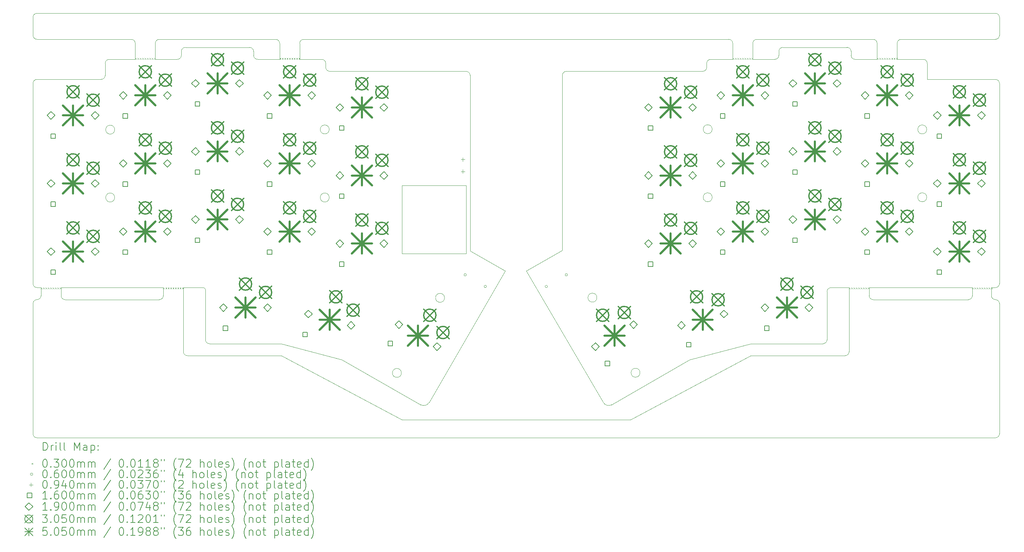
<source format=gbr>
%TF.GenerationSoftware,KiCad,Pcbnew,(6.0.8-1)-1*%
%TF.CreationDate,2022-11-15T14:02:53-05:00*%
%TF.ProjectId,kb2,6b62322e-6b69-4636-9164-5f7063625858,rev?*%
%TF.SameCoordinates,Original*%
%TF.FileFunction,Drillmap*%
%TF.FilePolarity,Positive*%
%FSLAX45Y45*%
G04 Gerber Fmt 4.5, Leading zero omitted, Abs format (unit mm)*
G04 Created by KiCad (PCBNEW (6.0.8-1)-1) date 2022-11-15 14:02:53*
%MOMM*%
%LPD*%
G01*
G04 APERTURE LIST*
%ADD10C,0.100000*%
%ADD11C,0.200000*%
%ADD12C,0.030000*%
%ADD13C,0.060000*%
%ADD14C,0.093980*%
%ADD15C,0.160000*%
%ADD16C,0.190000*%
%ADD17C,0.305000*%
%ADD18C,0.505000*%
G04 APERTURE END LIST*
D10*
X18400000Y-14600000D02*
X12700000Y-14600000D01*
X23850000Y-11600000D02*
X23850000Y-12900000D01*
X21400000Y-13000000D02*
X23750000Y-13000000D01*
X23750000Y-13000000D02*
G75*
G03*
X23850000Y-12900000I0J100000D01*
G01*
X18400000Y-14600000D02*
X21400000Y-13000000D01*
X9700000Y-13000000D02*
X12700000Y-14600000D01*
X7350000Y-13000000D02*
X9700000Y-13000000D01*
X25800000Y-5700000D02*
G75*
G03*
X25700000Y-5600000I-100000J0D01*
G01*
X23900000Y-5500000D02*
G75*
G03*
X24000000Y-5600000I100000J0D01*
G01*
X23900000Y-5400000D02*
G75*
G03*
X23800000Y-5300000I-100000J0D01*
G01*
X22200000Y-5300000D02*
G75*
G03*
X22100000Y-5400000I0J-100000D01*
G01*
X22000000Y-5600000D02*
G75*
G03*
X22100000Y-5500000I0J100000D01*
G01*
X20400000Y-5600000D02*
G75*
G03*
X20300000Y-5700000I0J-100000D01*
G01*
X20200000Y-5900000D02*
G75*
G03*
X20300000Y-5800000I0J100000D01*
G01*
X10800000Y-5800000D02*
G75*
G03*
X10900000Y-5900000I100000J0D01*
G01*
X10800000Y-5700000D02*
G75*
G03*
X10700000Y-5600000I-100000J0D01*
G01*
X9000000Y-5500000D02*
G75*
G03*
X9100000Y-5600000I100000J0D01*
G01*
X9000000Y-5400000D02*
G75*
G03*
X8900000Y-5300000I-100000J0D01*
G01*
X7300000Y-5300000D02*
G75*
G03*
X7200000Y-5400000I0J-100000D01*
G01*
X7100000Y-5600000D02*
G75*
G03*
X7200000Y-5500000I0J100000D01*
G01*
X5400000Y-5600000D02*
G75*
G03*
X5300000Y-5700000I0J-100000D01*
G01*
X5200000Y-6100000D02*
G75*
G03*
X5300000Y-6000000I0J100000D01*
G01*
X3600000Y-6100000D02*
G75*
G03*
X3500000Y-6200000I0J-100000D01*
G01*
X27500000Y-5100000D02*
G75*
G03*
X27600000Y-5000000I0J100000D01*
G01*
X27600000Y-4550000D02*
G75*
G03*
X27500000Y-4450000I-100000J0D01*
G01*
X3600000Y-4450000D02*
G75*
G03*
X3500000Y-4550000I0J-100000D01*
G01*
X3500000Y-5000000D02*
G75*
G03*
X3600000Y-5100000I100000J0D01*
G01*
X27600000Y-6200000D02*
G75*
G03*
X27500000Y-6100000I-100000J0D01*
G01*
X16800000Y-5900000D02*
G75*
G03*
X16700000Y-6000000I0J-100000D01*
G01*
X16672141Y-10379874D02*
X16700000Y-10364000D01*
X16700000Y-10350000D02*
X16700000Y-10364000D01*
X14400000Y-6000000D02*
G75*
G03*
X14300000Y-5900000I-100000J0D01*
G01*
X27500000Y-15050000D02*
G75*
G03*
X27600000Y-14950000I0J100000D01*
G01*
X27600000Y-11700000D02*
G75*
G03*
X27500000Y-11600000I-100000J0D01*
G01*
X27400000Y-11500000D02*
G75*
G03*
X27500000Y-11600000I100000J0D01*
G01*
X27500000Y-11300000D02*
G75*
G03*
X27600000Y-11200000I0J100000D01*
G01*
X27400000Y-11300000D02*
X27500000Y-11300000D01*
X27400000Y-11300000D02*
X27400000Y-11500000D01*
X7250000Y-12900000D02*
G75*
G03*
X7350000Y-13000000I100000J0D01*
G01*
X3500000Y-14950000D02*
G75*
G03*
X3600000Y-15050000I100000J0D01*
G01*
X3600000Y-11600000D02*
G75*
G03*
X3500000Y-11700000I0J-100000D01*
G01*
X3600000Y-11600000D02*
G75*
G03*
X3700000Y-11500000I0J100000D01*
G01*
X3700000Y-11300000D02*
X3700000Y-11500000D01*
X3600000Y-11300000D02*
X3700000Y-11300000D01*
X3500000Y-11200000D02*
G75*
G03*
X3600000Y-11300000I100000J0D01*
G01*
X23400000Y-11300000D02*
G75*
G03*
X23300000Y-11400000I0J-100000D01*
G01*
X26824313Y-11600000D02*
G75*
G03*
X26924313Y-11500000I0J100000D01*
G01*
X24350000Y-11500000D02*
G75*
G03*
X24450000Y-11600000I100000J0D01*
G01*
X23200000Y-12700000D02*
G75*
G03*
X23300000Y-12600000I0J100000D01*
G01*
X17724000Y-14170000D02*
G75*
G03*
X17929197Y-14224886I130000J75000D01*
G01*
X13169803Y-14225886D02*
G75*
G03*
X13375000Y-14171000I75197J129886D01*
G01*
X7800000Y-12600000D02*
G75*
G03*
X7900000Y-12700000I100000J0D01*
G01*
X7800000Y-11350000D02*
G75*
G03*
X7750000Y-11300000I-50000J0D01*
G01*
X6650000Y-11600000D02*
G75*
G03*
X6750000Y-11500000I0J100000D01*
G01*
X4200000Y-11500000D02*
G75*
G03*
X4300000Y-11600000I100000J0D01*
G01*
X27500000Y-15050000D02*
X3600000Y-15050000D01*
X7250000Y-12900000D02*
X7250000Y-11600000D01*
X26824313Y-11600000D02*
X24450000Y-11600000D01*
X4300000Y-11600000D02*
X6650000Y-11600000D01*
X20950000Y-5200000D02*
G75*
G03*
X20850000Y-5100000I-100000J0D01*
G01*
X25050000Y-5600000D02*
X25700000Y-5600000D01*
X24000000Y-5600000D02*
X24550000Y-5600000D01*
X21450000Y-5600000D02*
X22000000Y-5600000D01*
X20400000Y-5600000D02*
X20950000Y-5600000D01*
X10150000Y-5600000D02*
X10700000Y-5600000D01*
X9100000Y-5600000D02*
X9650000Y-5600000D01*
X6550000Y-5600000D02*
X7100000Y-5600000D01*
X7250000Y-11300000D02*
X7750000Y-11300000D01*
X23400000Y-11300000D02*
X23850000Y-11300000D01*
X23850000Y-11300000D02*
X23850000Y-11600000D01*
X24350000Y-11300000D02*
X24350000Y-11500000D01*
X26924313Y-11300000D02*
X26924313Y-11500000D01*
X27600000Y-11700000D02*
X27600000Y-14950000D01*
X6750000Y-11300000D02*
X6750000Y-11500000D01*
X7250000Y-11300000D02*
X7250000Y-11600000D01*
X9650000Y-5600000D02*
X9650000Y-5200000D01*
X3500000Y-5000000D02*
X3500000Y-4550000D01*
X20300000Y-5700000D02*
X20300000Y-5800000D01*
X25150000Y-5100000D02*
G75*
G03*
X25050000Y-5200000I0J-100000D01*
G01*
X20436803Y-7344722D02*
G75*
G03*
X20436803Y-7344722I-111803J0D01*
G01*
X21550000Y-5100000D02*
X24450000Y-5100000D01*
X14399569Y-10379874D02*
X15271710Y-10882819D01*
X27600000Y-4550000D02*
X27600000Y-5000000D01*
X6050000Y-5600000D02*
X6050000Y-5200000D01*
X21400000Y-12700000D02*
X23200000Y-12700000D01*
X17724000Y-14170000D02*
X15800000Y-10882819D01*
X22100000Y-5400000D02*
X22100000Y-5400000D01*
X6650000Y-5100000D02*
G75*
G03*
X6550000Y-5200000I0J-100000D01*
G01*
X6650000Y-5100000D02*
X9550000Y-5100000D01*
X10886803Y-7350000D02*
G75*
G03*
X10886803Y-7350000I-111803J0D01*
G01*
X20436803Y-9044723D02*
G75*
G03*
X20436803Y-9044723I-111803J0D01*
G01*
X24550000Y-5200000D02*
G75*
G03*
X24450000Y-5100000I-100000J0D01*
G01*
X9650000Y-5200000D02*
G75*
G03*
X9550000Y-5100000I-100000J0D01*
G01*
X14400000Y-10350000D02*
X14400000Y-6000000D01*
X25786803Y-7350000D02*
G75*
G03*
X25786803Y-7350000I-111803J0D01*
G01*
X13375000Y-14171000D02*
X15271710Y-10882819D01*
X12686803Y-13430277D02*
G75*
G03*
X12686803Y-13430277I-111803J0D01*
G01*
X10886803Y-9050000D02*
G75*
G03*
X10886803Y-9050000I-111803J0D01*
G01*
X23800000Y-5300000D02*
X22200000Y-5300000D01*
X5536803Y-7355277D02*
G75*
G03*
X5536803Y-7355277I-111803J0D01*
G01*
X3600000Y-5100000D02*
X5950000Y-5100000D01*
X24350000Y-11300000D02*
X26924313Y-11300000D01*
X21450000Y-5600000D02*
X21450000Y-5200000D01*
X16700000Y-6000000D02*
X16700000Y-10350000D01*
X22100000Y-5400000D02*
X22100000Y-5500000D01*
X10800000Y-5800000D02*
X10800000Y-5700000D01*
X4200000Y-11300000D02*
X6750000Y-11300000D01*
X25050000Y-5600000D02*
X25050000Y-5200000D01*
X7200000Y-5400000D02*
X7200000Y-5500000D01*
X23900000Y-5500000D02*
X23900000Y-5400000D01*
X25150000Y-5100000D02*
X27500000Y-5100000D01*
X7900000Y-12700000D02*
X9700000Y-12700000D01*
X5536803Y-9050000D02*
G75*
G03*
X5536803Y-9050000I-111803J0D01*
G01*
X4200000Y-11300000D02*
X4200000Y-11500000D01*
X5200000Y-6100000D02*
X3600000Y-6100000D01*
X17561803Y-11550000D02*
G75*
G03*
X17561803Y-11550000I-111803J0D01*
G01*
X20200000Y-5900000D02*
X16800000Y-5900000D01*
X6550000Y-5600000D02*
X6550000Y-5200000D01*
X3500000Y-6200000D02*
X3500000Y-11200000D01*
X21550000Y-5100000D02*
G75*
G03*
X21450000Y-5200000I0J-100000D01*
G01*
X25786803Y-9044723D02*
G75*
G03*
X25786803Y-9044723I-111803J0D01*
G01*
X18636803Y-13425000D02*
G75*
G03*
X18636803Y-13425000I-111803J0D01*
G01*
X12700000Y-10450000D02*
X14300000Y-10450000D01*
X14300000Y-10450000D02*
X14300000Y-8750000D01*
X14300000Y-8750000D02*
X12700000Y-8750000D01*
X12700000Y-8750000D02*
X12700000Y-10450000D01*
X14300000Y-5900000D02*
X10900000Y-5900000D01*
X3600000Y-4450000D02*
X27500000Y-4450000D01*
X23300000Y-11400000D02*
X23300000Y-12600000D01*
X25800000Y-6100000D02*
X25800000Y-5700000D01*
X7800000Y-12600000D02*
X7800000Y-11350000D01*
X5300000Y-5700000D02*
X5300000Y-6000000D01*
X21400000Y-12700000D02*
X19871710Y-13100000D01*
X3500000Y-11700000D02*
X3500000Y-14950000D01*
X9000000Y-5400000D02*
X9000000Y-5400000D01*
X6050000Y-5200000D02*
G75*
G03*
X5950000Y-5100000I-100000J0D01*
G01*
X13761803Y-11555277D02*
G75*
G03*
X13761803Y-11555277I-111803J0D01*
G01*
X10150000Y-5600000D02*
X10150000Y-5200000D01*
X10250000Y-5100000D02*
X20850000Y-5100000D01*
X11200000Y-13100000D02*
X9700000Y-12700000D01*
X10250000Y-5100000D02*
G75*
G03*
X10150000Y-5200000I0J-100000D01*
G01*
X19871710Y-13100000D02*
X17929197Y-14224886D01*
X13169803Y-14225886D02*
X11200000Y-13100000D01*
X6050000Y-5600000D02*
X5400000Y-5600000D01*
X8900000Y-5300000D02*
X7300000Y-5300000D01*
X20950000Y-5600000D02*
X20950000Y-5200000D01*
X15800000Y-10882819D02*
X16672141Y-10379874D01*
X9000000Y-5500000D02*
X9000000Y-5400000D01*
X27600000Y-11200000D02*
X27600000Y-6200000D01*
X27500000Y-6100000D02*
X25800000Y-6100000D01*
X14400000Y-10350000D02*
X14399569Y-10379874D01*
X24550000Y-5600000D02*
X24550000Y-5200000D01*
D11*
D12*
X3695062Y-11300000D02*
X3725062Y-11330000D01*
X3725062Y-11300000D02*
X3695062Y-11330000D01*
X3754437Y-11300000D02*
X3784437Y-11330000D01*
X3784437Y-11300000D02*
X3754437Y-11330000D01*
X3813812Y-11300000D02*
X3843812Y-11330000D01*
X3843812Y-11300000D02*
X3813812Y-11330000D01*
X3873187Y-11300000D02*
X3903187Y-11330000D01*
X3903187Y-11300000D02*
X3873187Y-11330000D01*
X3932562Y-11300000D02*
X3962562Y-11330000D01*
X3962562Y-11300000D02*
X3932562Y-11330000D01*
X3991937Y-11300000D02*
X4021937Y-11330000D01*
X4021937Y-11300000D02*
X3991937Y-11330000D01*
X4051312Y-11300000D02*
X4081312Y-11330000D01*
X4081312Y-11300000D02*
X4051312Y-11330000D01*
X4110687Y-11300000D02*
X4140687Y-11330000D01*
X4140687Y-11300000D02*
X4110687Y-11330000D01*
X4170062Y-11300000D02*
X4200062Y-11330000D01*
X4200062Y-11300000D02*
X4170062Y-11330000D01*
X6049938Y-5570000D02*
X6079938Y-5600000D01*
X6079938Y-5570000D02*
X6049938Y-5600000D01*
X6109313Y-5570000D02*
X6139313Y-5600000D01*
X6139313Y-5570000D02*
X6109313Y-5600000D01*
X6168688Y-5570000D02*
X6198688Y-5600000D01*
X6198688Y-5570000D02*
X6168688Y-5600000D01*
X6228063Y-5570000D02*
X6258063Y-5600000D01*
X6258063Y-5570000D02*
X6228063Y-5600000D01*
X6287438Y-5570000D02*
X6317438Y-5600000D01*
X6317438Y-5570000D02*
X6287438Y-5600000D01*
X6346813Y-5570000D02*
X6376813Y-5600000D01*
X6376813Y-5570000D02*
X6346813Y-5600000D01*
X6406188Y-5570000D02*
X6436188Y-5600000D01*
X6436188Y-5570000D02*
X6406188Y-5600000D01*
X6465563Y-5570000D02*
X6495563Y-5600000D01*
X6495563Y-5570000D02*
X6465563Y-5600000D01*
X6524938Y-5570000D02*
X6554938Y-5600000D01*
X6554938Y-5570000D02*
X6524938Y-5600000D01*
X6745062Y-11300000D02*
X6775062Y-11330000D01*
X6775062Y-11300000D02*
X6745062Y-11330000D01*
X6804437Y-11300000D02*
X6834437Y-11330000D01*
X6834437Y-11300000D02*
X6804437Y-11330000D01*
X6863812Y-11300000D02*
X6893812Y-11330000D01*
X6893812Y-11300000D02*
X6863812Y-11330000D01*
X6923187Y-11300000D02*
X6953187Y-11330000D01*
X6953187Y-11300000D02*
X6923187Y-11330000D01*
X6982562Y-11300000D02*
X7012562Y-11330000D01*
X7012562Y-11300000D02*
X6982562Y-11330000D01*
X7041937Y-11300000D02*
X7071937Y-11330000D01*
X7071937Y-11300000D02*
X7041937Y-11330000D01*
X7101312Y-11300000D02*
X7131312Y-11330000D01*
X7131312Y-11300000D02*
X7101312Y-11330000D01*
X7160687Y-11300000D02*
X7190687Y-11330000D01*
X7190687Y-11300000D02*
X7160687Y-11330000D01*
X7220062Y-11300000D02*
X7250062Y-11330000D01*
X7250062Y-11300000D02*
X7220062Y-11330000D01*
X9649938Y-5570000D02*
X9679938Y-5600000D01*
X9679938Y-5570000D02*
X9649938Y-5600000D01*
X9709313Y-5570000D02*
X9739313Y-5600000D01*
X9739313Y-5570000D02*
X9709313Y-5600000D01*
X9768688Y-5570000D02*
X9798688Y-5600000D01*
X9798688Y-5570000D02*
X9768688Y-5600000D01*
X9828063Y-5570000D02*
X9858063Y-5600000D01*
X9858063Y-5570000D02*
X9828063Y-5600000D01*
X9887438Y-5570000D02*
X9917438Y-5600000D01*
X9917438Y-5570000D02*
X9887438Y-5600000D01*
X9946813Y-5570000D02*
X9976813Y-5600000D01*
X9976813Y-5570000D02*
X9946813Y-5600000D01*
X10006188Y-5570000D02*
X10036188Y-5600000D01*
X10036188Y-5570000D02*
X10006188Y-5600000D01*
X10065563Y-5570000D02*
X10095563Y-5600000D01*
X10095563Y-5570000D02*
X10065563Y-5600000D01*
X10124938Y-5570000D02*
X10154938Y-5600000D01*
X10154938Y-5570000D02*
X10124938Y-5600000D01*
X20949938Y-5570000D02*
X20979938Y-5600000D01*
X20979938Y-5570000D02*
X20949938Y-5600000D01*
X21009313Y-5570000D02*
X21039313Y-5600000D01*
X21039313Y-5570000D02*
X21009313Y-5600000D01*
X21068688Y-5570000D02*
X21098688Y-5600000D01*
X21098688Y-5570000D02*
X21068688Y-5600000D01*
X21128063Y-5570000D02*
X21158063Y-5600000D01*
X21158063Y-5570000D02*
X21128063Y-5600000D01*
X21187438Y-5570000D02*
X21217438Y-5600000D01*
X21217438Y-5570000D02*
X21187438Y-5600000D01*
X21246813Y-5570000D02*
X21276813Y-5600000D01*
X21276813Y-5570000D02*
X21246813Y-5600000D01*
X21306188Y-5570000D02*
X21336188Y-5600000D01*
X21336188Y-5570000D02*
X21306188Y-5600000D01*
X21365563Y-5570000D02*
X21395563Y-5600000D01*
X21395563Y-5570000D02*
X21365563Y-5600000D01*
X21424938Y-5570000D02*
X21454938Y-5600000D01*
X21454938Y-5570000D02*
X21424938Y-5600000D01*
X23845062Y-11300000D02*
X23875062Y-11330000D01*
X23875062Y-11300000D02*
X23845062Y-11330000D01*
X23904437Y-11300000D02*
X23934437Y-11330000D01*
X23934437Y-11300000D02*
X23904437Y-11330000D01*
X23963812Y-11300000D02*
X23993812Y-11330000D01*
X23993812Y-11300000D02*
X23963812Y-11330000D01*
X24023187Y-11300000D02*
X24053187Y-11330000D01*
X24053187Y-11300000D02*
X24023187Y-11330000D01*
X24082562Y-11300000D02*
X24112562Y-11330000D01*
X24112562Y-11300000D02*
X24082562Y-11330000D01*
X24141937Y-11300000D02*
X24171937Y-11330000D01*
X24171937Y-11300000D02*
X24141937Y-11330000D01*
X24201312Y-11300000D02*
X24231312Y-11330000D01*
X24231312Y-11300000D02*
X24201312Y-11330000D01*
X24260687Y-11300000D02*
X24290687Y-11330000D01*
X24290687Y-11300000D02*
X24260687Y-11330000D01*
X24320062Y-11300000D02*
X24350062Y-11330000D01*
X24350062Y-11300000D02*
X24320062Y-11330000D01*
X24549938Y-5570000D02*
X24579938Y-5600000D01*
X24579938Y-5570000D02*
X24549938Y-5600000D01*
X24609313Y-5570000D02*
X24639313Y-5600000D01*
X24639313Y-5570000D02*
X24609313Y-5600000D01*
X24668688Y-5570000D02*
X24698688Y-5600000D01*
X24698688Y-5570000D02*
X24668688Y-5600000D01*
X24728063Y-5570000D02*
X24758063Y-5600000D01*
X24758063Y-5570000D02*
X24728063Y-5600000D01*
X24787438Y-5570000D02*
X24817438Y-5600000D01*
X24817438Y-5570000D02*
X24787438Y-5600000D01*
X24846813Y-5570000D02*
X24876813Y-5600000D01*
X24876813Y-5570000D02*
X24846813Y-5600000D01*
X24906188Y-5570000D02*
X24936188Y-5600000D01*
X24936188Y-5570000D02*
X24906188Y-5600000D01*
X24965563Y-5570000D02*
X24995563Y-5600000D01*
X24995563Y-5570000D02*
X24965563Y-5600000D01*
X25024938Y-5570000D02*
X25054938Y-5600000D01*
X25054938Y-5570000D02*
X25024938Y-5600000D01*
X26919375Y-11300000D02*
X26949375Y-11330000D01*
X26949375Y-11300000D02*
X26919375Y-11330000D01*
X26978750Y-11300000D02*
X27008750Y-11330000D01*
X27008750Y-11300000D02*
X26978750Y-11330000D01*
X27038125Y-11300000D02*
X27068125Y-11330000D01*
X27068125Y-11300000D02*
X27038125Y-11330000D01*
X27097500Y-11300000D02*
X27127500Y-11330000D01*
X27127500Y-11300000D02*
X27097500Y-11330000D01*
X27156875Y-11300000D02*
X27186875Y-11330000D01*
X27186875Y-11300000D02*
X27156875Y-11330000D01*
X27216250Y-11300000D02*
X27246250Y-11330000D01*
X27246250Y-11300000D02*
X27216250Y-11330000D01*
X27275625Y-11300000D02*
X27305625Y-11330000D01*
X27305625Y-11300000D02*
X27275625Y-11330000D01*
X27335000Y-11300000D02*
X27365000Y-11330000D01*
X27365000Y-11300000D02*
X27335000Y-11330000D01*
X27394375Y-11300000D02*
X27424375Y-11330000D01*
X27424375Y-11300000D02*
X27394375Y-11330000D01*
D13*
X14307219Y-10981074D02*
G75*
G03*
X14307219Y-10981074I-30000J0D01*
G01*
X14807781Y-11270074D02*
G75*
G03*
X14807781Y-11270074I-30000J0D01*
G01*
X16330000Y-11270074D02*
G75*
G03*
X16330000Y-11270074I-30000J0D01*
G01*
X16830563Y-10981074D02*
G75*
G03*
X16830563Y-10981074I-30000J0D01*
G01*
D14*
X14219810Y-8053010D02*
X14219810Y-8146990D01*
X14172820Y-8100000D02*
X14266800Y-8100000D01*
X14219810Y-8353010D02*
X14219810Y-8446990D01*
X14172820Y-8400000D02*
X14266800Y-8400000D01*
D15*
X4056569Y-7571569D02*
X4056569Y-7458431D01*
X3943431Y-7458431D01*
X3943431Y-7571569D01*
X4056569Y-7571569D01*
X4056569Y-9271569D02*
X4056569Y-9158431D01*
X3943431Y-9158431D01*
X3943431Y-9271569D01*
X4056569Y-9271569D01*
X4056569Y-10971569D02*
X4056569Y-10858431D01*
X3943431Y-10858431D01*
X3943431Y-10971569D01*
X4056569Y-10971569D01*
X5856569Y-7071569D02*
X5856569Y-6958431D01*
X5743431Y-6958431D01*
X5743431Y-7071569D01*
X5856569Y-7071569D01*
X5856569Y-8771569D02*
X5856569Y-8658431D01*
X5743431Y-8658431D01*
X5743431Y-8771569D01*
X5856569Y-8771569D01*
X5856569Y-10471569D02*
X5856569Y-10358431D01*
X5743431Y-10358431D01*
X5743431Y-10471569D01*
X5856569Y-10471569D01*
X7656569Y-6771569D02*
X7656569Y-6658431D01*
X7543431Y-6658431D01*
X7543431Y-6771569D01*
X7656569Y-6771569D01*
X7656569Y-8471569D02*
X7656569Y-8358431D01*
X7543431Y-8358431D01*
X7543431Y-8471569D01*
X7656569Y-8471569D01*
X7656569Y-10171569D02*
X7656569Y-10058431D01*
X7543431Y-10058431D01*
X7543431Y-10171569D01*
X7656569Y-10171569D01*
X8356569Y-12371569D02*
X8356569Y-12258431D01*
X8243431Y-12258431D01*
X8243431Y-12371569D01*
X8356569Y-12371569D01*
X9456569Y-7071569D02*
X9456569Y-6958431D01*
X9343431Y-6958431D01*
X9343431Y-7071569D01*
X9456569Y-7071569D01*
X9456569Y-8771569D02*
X9456569Y-8658431D01*
X9343431Y-8658431D01*
X9343431Y-8771569D01*
X9456569Y-8771569D01*
X9456569Y-10471569D02*
X9456569Y-10358431D01*
X9343431Y-10358431D01*
X9343431Y-10471569D01*
X9456569Y-10471569D01*
X10340314Y-12524611D02*
X10340314Y-12411473D01*
X10227176Y-12411473D01*
X10227176Y-12524611D01*
X10340314Y-12524611D01*
X11256569Y-7371569D02*
X11256569Y-7258431D01*
X11143431Y-7258431D01*
X11143431Y-7371569D01*
X11256569Y-7371569D01*
X11256569Y-9071569D02*
X11256569Y-8958431D01*
X11143431Y-8958431D01*
X11143431Y-9071569D01*
X11256569Y-9071569D01*
X11256569Y-10771569D02*
X11256569Y-10658431D01*
X11143431Y-10658431D01*
X11143431Y-10771569D01*
X11256569Y-10771569D01*
X12466056Y-12752572D02*
X12466056Y-12639434D01*
X12352918Y-12639434D01*
X12352918Y-12752572D01*
X12466056Y-12752572D01*
X17881056Y-13252572D02*
X17881056Y-13139434D01*
X17767918Y-13139434D01*
X17767918Y-13252572D01*
X17881056Y-13252572D01*
X18956569Y-7371569D02*
X18956569Y-7258431D01*
X18843431Y-7258431D01*
X18843431Y-7371569D01*
X18956569Y-7371569D01*
X18956569Y-9071569D02*
X18956569Y-8958431D01*
X18843431Y-8958431D01*
X18843431Y-9071569D01*
X18956569Y-9071569D01*
X18956569Y-10771569D02*
X18956569Y-10658431D01*
X18843431Y-10658431D01*
X18843431Y-10771569D01*
X18956569Y-10771569D01*
X19906898Y-12783430D02*
X19906898Y-12670292D01*
X19793760Y-12670292D01*
X19793760Y-12783430D01*
X19906898Y-12783430D01*
X20756569Y-7071569D02*
X20756569Y-6958431D01*
X20643431Y-6958431D01*
X20643431Y-7071569D01*
X20756569Y-7071569D01*
X20756569Y-8771569D02*
X20756569Y-8658431D01*
X20643431Y-8658431D01*
X20643431Y-8771569D01*
X20756569Y-8771569D01*
X20756569Y-10471569D02*
X20756569Y-10358431D01*
X20643431Y-10358431D01*
X20643431Y-10471569D01*
X20756569Y-10471569D01*
X21856569Y-12371569D02*
X21856569Y-12258431D01*
X21743431Y-12258431D01*
X21743431Y-12371569D01*
X21856569Y-12371569D01*
X22556569Y-6771569D02*
X22556569Y-6658431D01*
X22443431Y-6658431D01*
X22443431Y-6771569D01*
X22556569Y-6771569D01*
X22556569Y-8471569D02*
X22556569Y-8358431D01*
X22443431Y-8358431D01*
X22443431Y-8471569D01*
X22556569Y-8471569D01*
X22556569Y-10171569D02*
X22556569Y-10058431D01*
X22443431Y-10058431D01*
X22443431Y-10171569D01*
X22556569Y-10171569D01*
X24356569Y-7071569D02*
X24356569Y-6958431D01*
X24243431Y-6958431D01*
X24243431Y-7071569D01*
X24356569Y-7071569D01*
X24356569Y-8771569D02*
X24356569Y-8658431D01*
X24243431Y-8658431D01*
X24243431Y-8771569D01*
X24356569Y-8771569D01*
X24356569Y-10471569D02*
X24356569Y-10358431D01*
X24243431Y-10358431D01*
X24243431Y-10471569D01*
X24356569Y-10471569D01*
X26156569Y-7571569D02*
X26156569Y-7458431D01*
X26043431Y-7458431D01*
X26043431Y-7571569D01*
X26156569Y-7571569D01*
X26156569Y-9271569D02*
X26156569Y-9158431D01*
X26043431Y-9158431D01*
X26043431Y-9271569D01*
X26156569Y-9271569D01*
X26156569Y-10971569D02*
X26156569Y-10858431D01*
X26043431Y-10858431D01*
X26043431Y-10971569D01*
X26156569Y-10971569D01*
D16*
X3950000Y-7095000D02*
X4045000Y-7000000D01*
X3950000Y-6905000D01*
X3855000Y-7000000D01*
X3950000Y-7095000D01*
X3950000Y-8795000D02*
X4045000Y-8700000D01*
X3950000Y-8605000D01*
X3855000Y-8700000D01*
X3950000Y-8795000D01*
X3950000Y-10495000D02*
X4045000Y-10400000D01*
X3950000Y-10305000D01*
X3855000Y-10400000D01*
X3950000Y-10495000D01*
X5050000Y-7095000D02*
X5145000Y-7000000D01*
X5050000Y-6905000D01*
X4955000Y-7000000D01*
X5050000Y-7095000D01*
X5050000Y-8795000D02*
X5145000Y-8700000D01*
X5050000Y-8605000D01*
X4955000Y-8700000D01*
X5050000Y-8795000D01*
X5050000Y-10495000D02*
X5145000Y-10400000D01*
X5050000Y-10305000D01*
X4955000Y-10400000D01*
X5050000Y-10495000D01*
X5750000Y-6595000D02*
X5845000Y-6500000D01*
X5750000Y-6405000D01*
X5655000Y-6500000D01*
X5750000Y-6595000D01*
X5750000Y-8295000D02*
X5845000Y-8200000D01*
X5750000Y-8105000D01*
X5655000Y-8200000D01*
X5750000Y-8295000D01*
X5750000Y-9995000D02*
X5845000Y-9900000D01*
X5750000Y-9805000D01*
X5655000Y-9900000D01*
X5750000Y-9995000D01*
X6850000Y-6595000D02*
X6945000Y-6500000D01*
X6850000Y-6405000D01*
X6755000Y-6500000D01*
X6850000Y-6595000D01*
X6850000Y-8295000D02*
X6945000Y-8200000D01*
X6850000Y-8105000D01*
X6755000Y-8200000D01*
X6850000Y-8295000D01*
X6850000Y-9995000D02*
X6945000Y-9900000D01*
X6850000Y-9805000D01*
X6755000Y-9900000D01*
X6850000Y-9995000D01*
X7550000Y-6295000D02*
X7645000Y-6200000D01*
X7550000Y-6105000D01*
X7455000Y-6200000D01*
X7550000Y-6295000D01*
X7550000Y-7995000D02*
X7645000Y-7900000D01*
X7550000Y-7805000D01*
X7455000Y-7900000D01*
X7550000Y-7995000D01*
X7550000Y-9695000D02*
X7645000Y-9600000D01*
X7550000Y-9505000D01*
X7455000Y-9600000D01*
X7550000Y-9695000D01*
X8250000Y-11895000D02*
X8345000Y-11800000D01*
X8250000Y-11705000D01*
X8155000Y-11800000D01*
X8250000Y-11895000D01*
X8650000Y-6295000D02*
X8745000Y-6200000D01*
X8650000Y-6105000D01*
X8555000Y-6200000D01*
X8650000Y-6295000D01*
X8650000Y-7995000D02*
X8745000Y-7900000D01*
X8650000Y-7805000D01*
X8555000Y-7900000D01*
X8650000Y-7995000D01*
X8650000Y-9695000D02*
X8745000Y-9600000D01*
X8650000Y-9505000D01*
X8555000Y-9600000D01*
X8650000Y-9695000D01*
X9350000Y-6595000D02*
X9445000Y-6500000D01*
X9350000Y-6405000D01*
X9255000Y-6500000D01*
X9350000Y-6595000D01*
X9350000Y-8295000D02*
X9445000Y-8200000D01*
X9350000Y-8105000D01*
X9255000Y-8200000D01*
X9350000Y-8295000D01*
X9350000Y-9995000D02*
X9445000Y-9900000D01*
X9350000Y-9805000D01*
X9255000Y-9900000D01*
X9350000Y-9995000D01*
X9350000Y-11895000D02*
X9445000Y-11800000D01*
X9350000Y-11705000D01*
X9255000Y-11800000D01*
X9350000Y-11895000D01*
X10368741Y-12052649D02*
X10463741Y-11957649D01*
X10368741Y-11862649D01*
X10273741Y-11957649D01*
X10368741Y-12052649D01*
X10450000Y-6595000D02*
X10545000Y-6500000D01*
X10450000Y-6405000D01*
X10355000Y-6500000D01*
X10450000Y-6595000D01*
X10450000Y-8295000D02*
X10545000Y-8200000D01*
X10450000Y-8105000D01*
X10355000Y-8200000D01*
X10450000Y-8295000D01*
X10450000Y-9995000D02*
X10545000Y-9900000D01*
X10450000Y-9805000D01*
X10355000Y-9900000D01*
X10450000Y-9995000D01*
X11150000Y-6895000D02*
X11245000Y-6800000D01*
X11150000Y-6705000D01*
X11055000Y-6800000D01*
X11150000Y-6895000D01*
X11150000Y-8595000D02*
X11245000Y-8500000D01*
X11150000Y-8405000D01*
X11055000Y-8500000D01*
X11150000Y-8595000D01*
X11150000Y-10295000D02*
X11245000Y-10200000D01*
X11150000Y-10105000D01*
X11055000Y-10200000D01*
X11150000Y-10295000D01*
X11431259Y-12337350D02*
X11526259Y-12242350D01*
X11431259Y-12147350D01*
X11336259Y-12242350D01*
X11431259Y-12337350D01*
X12250000Y-6895000D02*
X12345000Y-6800000D01*
X12250000Y-6705000D01*
X12155000Y-6800000D01*
X12250000Y-6895000D01*
X12250000Y-8595000D02*
X12345000Y-8500000D01*
X12250000Y-8405000D01*
X12155000Y-8500000D01*
X12250000Y-8595000D01*
X12250000Y-10295000D02*
X12345000Y-10200000D01*
X12250000Y-10105000D01*
X12155000Y-10200000D01*
X12250000Y-10295000D01*
X12623686Y-12320000D02*
X12718686Y-12225000D01*
X12623686Y-12130000D01*
X12528686Y-12225000D01*
X12623686Y-12320000D01*
X13576314Y-12870000D02*
X13671314Y-12775000D01*
X13576314Y-12680000D01*
X13481314Y-12775000D01*
X13576314Y-12870000D01*
X17523686Y-12870000D02*
X17618686Y-12775000D01*
X17523686Y-12680000D01*
X17428686Y-12775000D01*
X17523686Y-12870000D01*
X18476314Y-12320000D02*
X18571314Y-12225000D01*
X18476314Y-12130000D01*
X18381314Y-12225000D01*
X18476314Y-12320000D01*
X18850000Y-6895000D02*
X18945000Y-6800000D01*
X18850000Y-6705000D01*
X18755000Y-6800000D01*
X18850000Y-6895000D01*
X18850000Y-8595000D02*
X18945000Y-8500000D01*
X18850000Y-8405000D01*
X18755000Y-8500000D01*
X18850000Y-8595000D01*
X18850000Y-10295000D02*
X18945000Y-10200000D01*
X18850000Y-10105000D01*
X18755000Y-10200000D01*
X18850000Y-10295000D01*
X19668741Y-12337350D02*
X19763741Y-12242350D01*
X19668741Y-12147350D01*
X19573741Y-12242350D01*
X19668741Y-12337350D01*
X19950000Y-6895000D02*
X20045000Y-6800000D01*
X19950000Y-6705000D01*
X19855000Y-6800000D01*
X19950000Y-6895000D01*
X19950000Y-8595000D02*
X20045000Y-8500000D01*
X19950000Y-8405000D01*
X19855000Y-8500000D01*
X19950000Y-8595000D01*
X19950000Y-10295000D02*
X20045000Y-10200000D01*
X19950000Y-10105000D01*
X19855000Y-10200000D01*
X19950000Y-10295000D01*
X20650000Y-6595000D02*
X20745000Y-6500000D01*
X20650000Y-6405000D01*
X20555000Y-6500000D01*
X20650000Y-6595000D01*
X20650000Y-8295000D02*
X20745000Y-8200000D01*
X20650000Y-8105000D01*
X20555000Y-8200000D01*
X20650000Y-8295000D01*
X20650000Y-9995000D02*
X20745000Y-9900000D01*
X20650000Y-9805000D01*
X20555000Y-9900000D01*
X20650000Y-9995000D01*
X20731259Y-12052649D02*
X20826259Y-11957649D01*
X20731259Y-11862649D01*
X20636259Y-11957649D01*
X20731259Y-12052649D01*
X21750000Y-6595000D02*
X21845000Y-6500000D01*
X21750000Y-6405000D01*
X21655000Y-6500000D01*
X21750000Y-6595000D01*
X21750000Y-8295000D02*
X21845000Y-8200000D01*
X21750000Y-8105000D01*
X21655000Y-8200000D01*
X21750000Y-8295000D01*
X21750000Y-9995000D02*
X21845000Y-9900000D01*
X21750000Y-9805000D01*
X21655000Y-9900000D01*
X21750000Y-9995000D01*
X21750000Y-11895000D02*
X21845000Y-11800000D01*
X21750000Y-11705000D01*
X21655000Y-11800000D01*
X21750000Y-11895000D01*
X22450000Y-6295000D02*
X22545000Y-6200000D01*
X22450000Y-6105000D01*
X22355000Y-6200000D01*
X22450000Y-6295000D01*
X22450000Y-7995000D02*
X22545000Y-7900000D01*
X22450000Y-7805000D01*
X22355000Y-7900000D01*
X22450000Y-7995000D01*
X22450000Y-9695000D02*
X22545000Y-9600000D01*
X22450000Y-9505000D01*
X22355000Y-9600000D01*
X22450000Y-9695000D01*
X22850000Y-11895000D02*
X22945000Y-11800000D01*
X22850000Y-11705000D01*
X22755000Y-11800000D01*
X22850000Y-11895000D01*
X23550000Y-6295000D02*
X23645000Y-6200000D01*
X23550000Y-6105000D01*
X23455000Y-6200000D01*
X23550000Y-6295000D01*
X23550000Y-7995000D02*
X23645000Y-7900000D01*
X23550000Y-7805000D01*
X23455000Y-7900000D01*
X23550000Y-7995000D01*
X23550000Y-9695000D02*
X23645000Y-9600000D01*
X23550000Y-9505000D01*
X23455000Y-9600000D01*
X23550000Y-9695000D01*
X24250000Y-6595000D02*
X24345000Y-6500000D01*
X24250000Y-6405000D01*
X24155000Y-6500000D01*
X24250000Y-6595000D01*
X24250000Y-8295000D02*
X24345000Y-8200000D01*
X24250000Y-8105000D01*
X24155000Y-8200000D01*
X24250000Y-8295000D01*
X24250000Y-9995000D02*
X24345000Y-9900000D01*
X24250000Y-9805000D01*
X24155000Y-9900000D01*
X24250000Y-9995000D01*
X25350000Y-6595000D02*
X25445000Y-6500000D01*
X25350000Y-6405000D01*
X25255000Y-6500000D01*
X25350000Y-6595000D01*
X25350000Y-8295000D02*
X25445000Y-8200000D01*
X25350000Y-8105000D01*
X25255000Y-8200000D01*
X25350000Y-8295000D01*
X25350000Y-9995000D02*
X25445000Y-9900000D01*
X25350000Y-9805000D01*
X25255000Y-9900000D01*
X25350000Y-9995000D01*
X26050000Y-7095000D02*
X26145000Y-7000000D01*
X26050000Y-6905000D01*
X25955000Y-7000000D01*
X26050000Y-7095000D01*
X26050000Y-8795000D02*
X26145000Y-8700000D01*
X26050000Y-8605000D01*
X25955000Y-8700000D01*
X26050000Y-8795000D01*
X26050000Y-10495000D02*
X26145000Y-10400000D01*
X26050000Y-10305000D01*
X25955000Y-10400000D01*
X26050000Y-10495000D01*
X27150000Y-7095000D02*
X27245000Y-7000000D01*
X27150000Y-6905000D01*
X27055000Y-7000000D01*
X27150000Y-7095000D01*
X27150000Y-8795000D02*
X27245000Y-8700000D01*
X27150000Y-8605000D01*
X27055000Y-8700000D01*
X27150000Y-8795000D01*
X27150000Y-10495000D02*
X27245000Y-10400000D01*
X27150000Y-10305000D01*
X27055000Y-10400000D01*
X27150000Y-10495000D01*
D17*
X4347500Y-6257500D02*
X4652500Y-6562500D01*
X4652500Y-6257500D02*
X4347500Y-6562500D01*
X4652500Y-6410000D02*
G75*
G03*
X4652500Y-6410000I-152500J0D01*
G01*
X4347500Y-7957500D02*
X4652500Y-8262500D01*
X4652500Y-7957500D02*
X4347500Y-8262500D01*
X4652500Y-8110000D02*
G75*
G03*
X4652500Y-8110000I-152500J0D01*
G01*
X4347500Y-9657500D02*
X4652500Y-9962500D01*
X4652500Y-9657500D02*
X4347500Y-9962500D01*
X4652500Y-9810000D02*
G75*
G03*
X4652500Y-9810000I-152500J0D01*
G01*
X4847500Y-6467500D02*
X5152500Y-6772500D01*
X5152500Y-6467500D02*
X4847500Y-6772500D01*
X5152500Y-6620000D02*
G75*
G03*
X5152500Y-6620000I-152500J0D01*
G01*
X4847500Y-8167500D02*
X5152500Y-8472500D01*
X5152500Y-8167500D02*
X4847500Y-8472500D01*
X5152500Y-8320000D02*
G75*
G03*
X5152500Y-8320000I-152500J0D01*
G01*
X4847500Y-9867500D02*
X5152500Y-10172500D01*
X5152500Y-9867500D02*
X4847500Y-10172500D01*
X5152500Y-10020000D02*
G75*
G03*
X5152500Y-10020000I-152500J0D01*
G01*
X6147500Y-5757500D02*
X6452500Y-6062500D01*
X6452500Y-5757500D02*
X6147500Y-6062500D01*
X6452500Y-5910000D02*
G75*
G03*
X6452500Y-5910000I-152500J0D01*
G01*
X6147500Y-7457500D02*
X6452500Y-7762500D01*
X6452500Y-7457500D02*
X6147500Y-7762500D01*
X6452500Y-7610000D02*
G75*
G03*
X6452500Y-7610000I-152500J0D01*
G01*
X6147500Y-9157500D02*
X6452500Y-9462500D01*
X6452500Y-9157500D02*
X6147500Y-9462500D01*
X6452500Y-9310000D02*
G75*
G03*
X6452500Y-9310000I-152500J0D01*
G01*
X6647500Y-5967500D02*
X6952500Y-6272500D01*
X6952500Y-5967500D02*
X6647500Y-6272500D01*
X6952500Y-6120000D02*
G75*
G03*
X6952500Y-6120000I-152500J0D01*
G01*
X6647500Y-7667500D02*
X6952500Y-7972500D01*
X6952500Y-7667500D02*
X6647500Y-7972500D01*
X6952500Y-7820000D02*
G75*
G03*
X6952500Y-7820000I-152500J0D01*
G01*
X6647500Y-9367500D02*
X6952500Y-9672500D01*
X6952500Y-9367500D02*
X6647500Y-9672500D01*
X6952500Y-9520000D02*
G75*
G03*
X6952500Y-9520000I-152500J0D01*
G01*
X7947500Y-5457500D02*
X8252500Y-5762500D01*
X8252500Y-5457500D02*
X7947500Y-5762500D01*
X8252500Y-5610000D02*
G75*
G03*
X8252500Y-5610000I-152500J0D01*
G01*
X7947500Y-7157500D02*
X8252500Y-7462500D01*
X8252500Y-7157500D02*
X7947500Y-7462500D01*
X8252500Y-7310000D02*
G75*
G03*
X8252500Y-7310000I-152500J0D01*
G01*
X7947500Y-8857500D02*
X8252500Y-9162500D01*
X8252500Y-8857500D02*
X7947500Y-9162500D01*
X8252500Y-9010000D02*
G75*
G03*
X8252500Y-9010000I-152500J0D01*
G01*
X8447500Y-5667500D02*
X8752500Y-5972500D01*
X8752500Y-5667500D02*
X8447500Y-5972500D01*
X8752500Y-5820000D02*
G75*
G03*
X8752500Y-5820000I-152500J0D01*
G01*
X8447500Y-7367500D02*
X8752500Y-7672500D01*
X8752500Y-7367500D02*
X8447500Y-7672500D01*
X8752500Y-7520000D02*
G75*
G03*
X8752500Y-7520000I-152500J0D01*
G01*
X8447500Y-9067500D02*
X8752500Y-9372500D01*
X8752500Y-9067500D02*
X8447500Y-9372500D01*
X8752500Y-9220000D02*
G75*
G03*
X8752500Y-9220000I-152500J0D01*
G01*
X8647500Y-11057500D02*
X8952500Y-11362500D01*
X8952500Y-11057500D02*
X8647500Y-11362500D01*
X8952500Y-11210000D02*
G75*
G03*
X8952500Y-11210000I-152500J0D01*
G01*
X9147500Y-11267500D02*
X9452500Y-11572500D01*
X9452500Y-11267500D02*
X9147500Y-11572500D01*
X9452500Y-11420000D02*
G75*
G03*
X9452500Y-11420000I-152500J0D01*
G01*
X9747500Y-5757500D02*
X10052500Y-6062500D01*
X10052500Y-5757500D02*
X9747500Y-6062500D01*
X10052500Y-5910000D02*
G75*
G03*
X10052500Y-5910000I-152500J0D01*
G01*
X9747500Y-7457500D02*
X10052500Y-7762500D01*
X10052500Y-7457500D02*
X9747500Y-7762500D01*
X10052500Y-7610000D02*
G75*
G03*
X10052500Y-7610000I-152500J0D01*
G01*
X9747500Y-9157500D02*
X10052500Y-9462500D01*
X10052500Y-9157500D02*
X9747500Y-9462500D01*
X10052500Y-9310000D02*
G75*
G03*
X10052500Y-9310000I-152500J0D01*
G01*
X10247500Y-5967500D02*
X10552500Y-6272500D01*
X10552500Y-5967500D02*
X10247500Y-6272500D01*
X10552500Y-6120000D02*
G75*
G03*
X10552500Y-6120000I-152500J0D01*
G01*
X10247500Y-7667500D02*
X10552500Y-7972500D01*
X10552500Y-7667500D02*
X10247500Y-7972500D01*
X10552500Y-7820000D02*
G75*
G03*
X10552500Y-7820000I-152500J0D01*
G01*
X10247500Y-9367500D02*
X10552500Y-9672500D01*
X10552500Y-9367500D02*
X10247500Y-9672500D01*
X10552500Y-9520000D02*
G75*
G03*
X10552500Y-9520000I-152500J0D01*
G01*
X10900203Y-11377604D02*
X11205203Y-11682604D01*
X11205203Y-11377604D02*
X10900203Y-11682604D01*
X11205203Y-11530104D02*
G75*
G03*
X11205203Y-11530104I-152500J0D01*
G01*
X11328814Y-11709858D02*
X11633814Y-12014858D01*
X11633814Y-11709858D02*
X11328814Y-12014858D01*
X11633814Y-11862358D02*
G75*
G03*
X11633814Y-11862358I-152500J0D01*
G01*
X11547500Y-6057500D02*
X11852500Y-6362500D01*
X11852500Y-6057500D02*
X11547500Y-6362500D01*
X11852500Y-6210000D02*
G75*
G03*
X11852500Y-6210000I-152500J0D01*
G01*
X11547500Y-7757500D02*
X11852500Y-8062500D01*
X11852500Y-7757500D02*
X11547500Y-8062500D01*
X11852500Y-7910000D02*
G75*
G03*
X11852500Y-7910000I-152500J0D01*
G01*
X11547500Y-9457500D02*
X11852500Y-9762500D01*
X11852500Y-9457500D02*
X11547500Y-9762500D01*
X11852500Y-9610000D02*
G75*
G03*
X11852500Y-9610000I-152500J0D01*
G01*
X12047500Y-6267500D02*
X12352500Y-6572500D01*
X12352500Y-6267500D02*
X12047500Y-6572500D01*
X12352500Y-6420000D02*
G75*
G03*
X12352500Y-6420000I-152500J0D01*
G01*
X12047500Y-7967500D02*
X12352500Y-8272500D01*
X12352500Y-7967500D02*
X12047500Y-8272500D01*
X12352500Y-8120000D02*
G75*
G03*
X12352500Y-8120000I-152500J0D01*
G01*
X12047500Y-9667500D02*
X12352500Y-9972500D01*
X12352500Y-9667500D02*
X12047500Y-9972500D01*
X12352500Y-9820000D02*
G75*
G03*
X12352500Y-9820000I-152500J0D01*
G01*
X13242500Y-11836545D02*
X13547500Y-12141545D01*
X13547500Y-11836545D02*
X13242500Y-12141545D01*
X13547500Y-11989045D02*
G75*
G03*
X13547500Y-11989045I-152500J0D01*
G01*
X13570513Y-12268410D02*
X13875513Y-12573410D01*
X13875513Y-12268410D02*
X13570513Y-12573410D01*
X13875513Y-12420910D02*
G75*
G03*
X13875513Y-12420910I-152500J0D01*
G01*
X17552500Y-11836545D02*
X17857500Y-12141545D01*
X17857500Y-11836545D02*
X17552500Y-12141545D01*
X17857500Y-11989045D02*
G75*
G03*
X17857500Y-11989045I-152500J0D01*
G01*
X18090513Y-11768410D02*
X18395513Y-12073410D01*
X18395513Y-11768410D02*
X18090513Y-12073410D01*
X18395513Y-11920910D02*
G75*
G03*
X18395513Y-11920910I-152500J0D01*
G01*
X19247500Y-6057500D02*
X19552500Y-6362500D01*
X19552500Y-6057500D02*
X19247500Y-6362500D01*
X19552500Y-6210000D02*
G75*
G03*
X19552500Y-6210000I-152500J0D01*
G01*
X19247500Y-7757500D02*
X19552500Y-8062500D01*
X19552500Y-7757500D02*
X19247500Y-8062500D01*
X19552500Y-7910000D02*
G75*
G03*
X19552500Y-7910000I-152500J0D01*
G01*
X19247500Y-9457500D02*
X19552500Y-9762500D01*
X19552500Y-9457500D02*
X19247500Y-9762500D01*
X19552500Y-9610000D02*
G75*
G03*
X19552500Y-9610000I-152500J0D01*
G01*
X19747500Y-6267500D02*
X20052500Y-6572500D01*
X20052500Y-6267500D02*
X19747500Y-6572500D01*
X20052500Y-6420000D02*
G75*
G03*
X20052500Y-6420000I-152500J0D01*
G01*
X19747500Y-7967500D02*
X20052500Y-8272500D01*
X20052500Y-7967500D02*
X19747500Y-8272500D01*
X20052500Y-8120000D02*
G75*
G03*
X20052500Y-8120000I-152500J0D01*
G01*
X19747500Y-9667500D02*
X20052500Y-9972500D01*
X20052500Y-9667500D02*
X19747500Y-9972500D01*
X20052500Y-9820000D02*
G75*
G03*
X20052500Y-9820000I-152500J0D01*
G01*
X19894797Y-11377604D02*
X20199797Y-11682604D01*
X20199797Y-11377604D02*
X19894797Y-11682604D01*
X20199797Y-11530104D02*
G75*
G03*
X20199797Y-11530104I-152500J0D01*
G01*
X20432112Y-11451039D02*
X20737112Y-11756039D01*
X20737112Y-11451039D02*
X20432112Y-11756039D01*
X20737112Y-11603539D02*
G75*
G03*
X20737112Y-11603539I-152500J0D01*
G01*
X21047500Y-5757500D02*
X21352500Y-6062500D01*
X21352500Y-5757500D02*
X21047500Y-6062500D01*
X21352500Y-5910000D02*
G75*
G03*
X21352500Y-5910000I-152500J0D01*
G01*
X21047500Y-7457500D02*
X21352500Y-7762500D01*
X21352500Y-7457500D02*
X21047500Y-7762500D01*
X21352500Y-7610000D02*
G75*
G03*
X21352500Y-7610000I-152500J0D01*
G01*
X21047500Y-9157500D02*
X21352500Y-9462500D01*
X21352500Y-9157500D02*
X21047500Y-9462500D01*
X21352500Y-9310000D02*
G75*
G03*
X21352500Y-9310000I-152500J0D01*
G01*
X21547500Y-5967500D02*
X21852500Y-6272500D01*
X21852500Y-5967500D02*
X21547500Y-6272500D01*
X21852500Y-6120000D02*
G75*
G03*
X21852500Y-6120000I-152500J0D01*
G01*
X21547500Y-7667500D02*
X21852500Y-7972500D01*
X21852500Y-7667500D02*
X21547500Y-7972500D01*
X21852500Y-7820000D02*
G75*
G03*
X21852500Y-7820000I-152500J0D01*
G01*
X21547500Y-9367500D02*
X21852500Y-9672500D01*
X21852500Y-9367500D02*
X21547500Y-9672500D01*
X21852500Y-9520000D02*
G75*
G03*
X21852500Y-9520000I-152500J0D01*
G01*
X22147500Y-11057500D02*
X22452500Y-11362500D01*
X22452500Y-11057500D02*
X22147500Y-11362500D01*
X22452500Y-11210000D02*
G75*
G03*
X22452500Y-11210000I-152500J0D01*
G01*
X22647500Y-11267500D02*
X22952500Y-11572500D01*
X22952500Y-11267500D02*
X22647500Y-11572500D01*
X22952500Y-11420000D02*
G75*
G03*
X22952500Y-11420000I-152500J0D01*
G01*
X22847500Y-5457500D02*
X23152500Y-5762500D01*
X23152500Y-5457500D02*
X22847500Y-5762500D01*
X23152500Y-5610000D02*
G75*
G03*
X23152500Y-5610000I-152500J0D01*
G01*
X22847500Y-7157500D02*
X23152500Y-7462500D01*
X23152500Y-7157500D02*
X22847500Y-7462500D01*
X23152500Y-7310000D02*
G75*
G03*
X23152500Y-7310000I-152500J0D01*
G01*
X22847500Y-8857500D02*
X23152500Y-9162500D01*
X23152500Y-8857500D02*
X22847500Y-9162500D01*
X23152500Y-9010000D02*
G75*
G03*
X23152500Y-9010000I-152500J0D01*
G01*
X23347500Y-5667500D02*
X23652500Y-5972500D01*
X23652500Y-5667500D02*
X23347500Y-5972500D01*
X23652500Y-5820000D02*
G75*
G03*
X23652500Y-5820000I-152500J0D01*
G01*
X23347500Y-7367500D02*
X23652500Y-7672500D01*
X23652500Y-7367500D02*
X23347500Y-7672500D01*
X23652500Y-7520000D02*
G75*
G03*
X23652500Y-7520000I-152500J0D01*
G01*
X23347500Y-9067500D02*
X23652500Y-9372500D01*
X23652500Y-9067500D02*
X23347500Y-9372500D01*
X23652500Y-9220000D02*
G75*
G03*
X23652500Y-9220000I-152500J0D01*
G01*
X24647500Y-5757500D02*
X24952500Y-6062500D01*
X24952500Y-5757500D02*
X24647500Y-6062500D01*
X24952500Y-5910000D02*
G75*
G03*
X24952500Y-5910000I-152500J0D01*
G01*
X24647500Y-7457500D02*
X24952500Y-7762500D01*
X24952500Y-7457500D02*
X24647500Y-7762500D01*
X24952500Y-7610000D02*
G75*
G03*
X24952500Y-7610000I-152500J0D01*
G01*
X24647500Y-9157500D02*
X24952500Y-9462500D01*
X24952500Y-9157500D02*
X24647500Y-9462500D01*
X24952500Y-9310000D02*
G75*
G03*
X24952500Y-9310000I-152500J0D01*
G01*
X25147500Y-5967500D02*
X25452500Y-6272500D01*
X25452500Y-5967500D02*
X25147500Y-6272500D01*
X25452500Y-6120000D02*
G75*
G03*
X25452500Y-6120000I-152500J0D01*
G01*
X25147500Y-7667500D02*
X25452500Y-7972500D01*
X25452500Y-7667500D02*
X25147500Y-7972500D01*
X25452500Y-7820000D02*
G75*
G03*
X25452500Y-7820000I-152500J0D01*
G01*
X25147500Y-9367500D02*
X25452500Y-9672500D01*
X25452500Y-9367500D02*
X25147500Y-9672500D01*
X25452500Y-9520000D02*
G75*
G03*
X25452500Y-9520000I-152500J0D01*
G01*
X26447500Y-6257500D02*
X26752500Y-6562500D01*
X26752500Y-6257500D02*
X26447500Y-6562500D01*
X26752500Y-6410000D02*
G75*
G03*
X26752500Y-6410000I-152500J0D01*
G01*
X26447500Y-7957500D02*
X26752500Y-8262500D01*
X26752500Y-7957500D02*
X26447500Y-8262500D01*
X26752500Y-8110000D02*
G75*
G03*
X26752500Y-8110000I-152500J0D01*
G01*
X26447500Y-9657500D02*
X26752500Y-9962500D01*
X26752500Y-9657500D02*
X26447500Y-9962500D01*
X26752500Y-9810000D02*
G75*
G03*
X26752500Y-9810000I-152500J0D01*
G01*
X26947500Y-6467500D02*
X27252500Y-6772500D01*
X27252500Y-6467500D02*
X26947500Y-6772500D01*
X27252500Y-6620000D02*
G75*
G03*
X27252500Y-6620000I-152500J0D01*
G01*
X26947500Y-8167500D02*
X27252500Y-8472500D01*
X27252500Y-8167500D02*
X26947500Y-8472500D01*
X27252500Y-8320000D02*
G75*
G03*
X27252500Y-8320000I-152500J0D01*
G01*
X26947500Y-9867500D02*
X27252500Y-10172500D01*
X27252500Y-9867500D02*
X26947500Y-10172500D01*
X27252500Y-10020000D02*
G75*
G03*
X27252500Y-10020000I-152500J0D01*
G01*
D18*
X4247500Y-6747500D02*
X4752500Y-7252500D01*
X4752500Y-6747500D02*
X4247500Y-7252500D01*
X4500000Y-6747500D02*
X4500000Y-7252500D01*
X4247500Y-7000000D02*
X4752500Y-7000000D01*
X4247500Y-8447500D02*
X4752500Y-8952500D01*
X4752500Y-8447500D02*
X4247500Y-8952500D01*
X4500000Y-8447500D02*
X4500000Y-8952500D01*
X4247500Y-8700000D02*
X4752500Y-8700000D01*
X4247500Y-10147500D02*
X4752500Y-10652500D01*
X4752500Y-10147500D02*
X4247500Y-10652500D01*
X4500000Y-10147500D02*
X4500000Y-10652500D01*
X4247500Y-10400000D02*
X4752500Y-10400000D01*
X6047500Y-6247500D02*
X6552500Y-6752500D01*
X6552500Y-6247500D02*
X6047500Y-6752500D01*
X6300000Y-6247500D02*
X6300000Y-6752500D01*
X6047500Y-6500000D02*
X6552500Y-6500000D01*
X6047500Y-7947500D02*
X6552500Y-8452500D01*
X6552500Y-7947500D02*
X6047500Y-8452500D01*
X6300000Y-7947500D02*
X6300000Y-8452500D01*
X6047500Y-8200000D02*
X6552500Y-8200000D01*
X6047500Y-9647500D02*
X6552500Y-10152500D01*
X6552500Y-9647500D02*
X6047500Y-10152500D01*
X6300000Y-9647500D02*
X6300000Y-10152500D01*
X6047500Y-9900000D02*
X6552500Y-9900000D01*
X7847500Y-5947500D02*
X8352500Y-6452500D01*
X8352500Y-5947500D02*
X7847500Y-6452500D01*
X8100000Y-5947500D02*
X8100000Y-6452500D01*
X7847500Y-6200000D02*
X8352500Y-6200000D01*
X7847500Y-7647500D02*
X8352500Y-8152500D01*
X8352500Y-7647500D02*
X7847500Y-8152500D01*
X8100000Y-7647500D02*
X8100000Y-8152500D01*
X7847500Y-7900000D02*
X8352500Y-7900000D01*
X7847500Y-9347500D02*
X8352500Y-9852500D01*
X8352500Y-9347500D02*
X7847500Y-9852500D01*
X8100000Y-9347500D02*
X8100000Y-9852500D01*
X7847500Y-9600000D02*
X8352500Y-9600000D01*
X8547500Y-11547500D02*
X9052500Y-12052500D01*
X9052500Y-11547500D02*
X8547500Y-12052500D01*
X8800000Y-11547500D02*
X8800000Y-12052500D01*
X8547500Y-11800000D02*
X9052500Y-11800000D01*
X9647500Y-6247500D02*
X10152500Y-6752500D01*
X10152500Y-6247500D02*
X9647500Y-6752500D01*
X9900000Y-6247500D02*
X9900000Y-6752500D01*
X9647500Y-6500000D02*
X10152500Y-6500000D01*
X9647500Y-7947500D02*
X10152500Y-8452500D01*
X10152500Y-7947500D02*
X9647500Y-8452500D01*
X9900000Y-7947500D02*
X9900000Y-8452500D01*
X9647500Y-8200000D02*
X10152500Y-8200000D01*
X9647500Y-9647500D02*
X10152500Y-10152500D01*
X10152500Y-9647500D02*
X9647500Y-10152500D01*
X9900000Y-9647500D02*
X9900000Y-10152500D01*
X9647500Y-9900000D02*
X10152500Y-9900000D01*
X10647500Y-11847500D02*
X11152500Y-12352500D01*
X11152500Y-11847500D02*
X10647500Y-12352500D01*
X10900000Y-11847500D02*
X10900000Y-12352500D01*
X10647500Y-12100000D02*
X11152500Y-12100000D01*
X11447500Y-6547500D02*
X11952500Y-7052500D01*
X11952500Y-6547500D02*
X11447500Y-7052500D01*
X11700000Y-6547500D02*
X11700000Y-7052500D01*
X11447500Y-6800000D02*
X11952500Y-6800000D01*
X11447500Y-8247500D02*
X11952500Y-8752500D01*
X11952500Y-8247500D02*
X11447500Y-8752500D01*
X11700000Y-8247500D02*
X11700000Y-8752500D01*
X11447500Y-8500000D02*
X11952500Y-8500000D01*
X11447500Y-9947500D02*
X11952500Y-10452500D01*
X11952500Y-9947500D02*
X11447500Y-10452500D01*
X11700000Y-9947500D02*
X11700000Y-10452500D01*
X11447500Y-10200000D02*
X11952500Y-10200000D01*
X12847500Y-12247500D02*
X13352500Y-12752500D01*
X13352500Y-12247500D02*
X12847500Y-12752500D01*
X13100000Y-12247500D02*
X13100000Y-12752500D01*
X12847500Y-12500000D02*
X13352500Y-12500000D01*
X17747500Y-12247500D02*
X18252500Y-12752500D01*
X18252500Y-12247500D02*
X17747500Y-12752500D01*
X18000000Y-12247500D02*
X18000000Y-12752500D01*
X17747500Y-12500000D02*
X18252500Y-12500000D01*
X19147500Y-6547500D02*
X19652500Y-7052500D01*
X19652500Y-6547500D02*
X19147500Y-7052500D01*
X19400000Y-6547500D02*
X19400000Y-7052500D01*
X19147500Y-6800000D02*
X19652500Y-6800000D01*
X19147500Y-8247500D02*
X19652500Y-8752500D01*
X19652500Y-8247500D02*
X19147500Y-8752500D01*
X19400000Y-8247500D02*
X19400000Y-8752500D01*
X19147500Y-8500000D02*
X19652500Y-8500000D01*
X19147500Y-9947500D02*
X19652500Y-10452500D01*
X19652500Y-9947500D02*
X19147500Y-10452500D01*
X19400000Y-9947500D02*
X19400000Y-10452500D01*
X19147500Y-10200000D02*
X19652500Y-10200000D01*
X19947500Y-11847500D02*
X20452500Y-12352500D01*
X20452500Y-11847500D02*
X19947500Y-12352500D01*
X20200000Y-11847500D02*
X20200000Y-12352500D01*
X19947500Y-12100000D02*
X20452500Y-12100000D01*
X20947500Y-6247500D02*
X21452500Y-6752500D01*
X21452500Y-6247500D02*
X20947500Y-6752500D01*
X21200000Y-6247500D02*
X21200000Y-6752500D01*
X20947500Y-6500000D02*
X21452500Y-6500000D01*
X20947500Y-7947500D02*
X21452500Y-8452500D01*
X21452500Y-7947500D02*
X20947500Y-8452500D01*
X21200000Y-7947500D02*
X21200000Y-8452500D01*
X20947500Y-8200000D02*
X21452500Y-8200000D01*
X20947500Y-9647500D02*
X21452500Y-10152500D01*
X21452500Y-9647500D02*
X20947500Y-10152500D01*
X21200000Y-9647500D02*
X21200000Y-10152500D01*
X20947500Y-9900000D02*
X21452500Y-9900000D01*
X22047500Y-11547500D02*
X22552500Y-12052500D01*
X22552500Y-11547500D02*
X22047500Y-12052500D01*
X22300000Y-11547500D02*
X22300000Y-12052500D01*
X22047500Y-11800000D02*
X22552500Y-11800000D01*
X22747500Y-5947500D02*
X23252500Y-6452500D01*
X23252500Y-5947500D02*
X22747500Y-6452500D01*
X23000000Y-5947500D02*
X23000000Y-6452500D01*
X22747500Y-6200000D02*
X23252500Y-6200000D01*
X22747500Y-7647500D02*
X23252500Y-8152500D01*
X23252500Y-7647500D02*
X22747500Y-8152500D01*
X23000000Y-7647500D02*
X23000000Y-8152500D01*
X22747500Y-7900000D02*
X23252500Y-7900000D01*
X22747500Y-9347500D02*
X23252500Y-9852500D01*
X23252500Y-9347500D02*
X22747500Y-9852500D01*
X23000000Y-9347500D02*
X23000000Y-9852500D01*
X22747500Y-9600000D02*
X23252500Y-9600000D01*
X24547500Y-6247500D02*
X25052500Y-6752500D01*
X25052500Y-6247500D02*
X24547500Y-6752500D01*
X24800000Y-6247500D02*
X24800000Y-6752500D01*
X24547500Y-6500000D02*
X25052500Y-6500000D01*
X24547500Y-7947500D02*
X25052500Y-8452500D01*
X25052500Y-7947500D02*
X24547500Y-8452500D01*
X24800000Y-7947500D02*
X24800000Y-8452500D01*
X24547500Y-8200000D02*
X25052500Y-8200000D01*
X24547500Y-9647500D02*
X25052500Y-10152500D01*
X25052500Y-9647500D02*
X24547500Y-10152500D01*
X24800000Y-9647500D02*
X24800000Y-10152500D01*
X24547500Y-9900000D02*
X25052500Y-9900000D01*
X26347500Y-6747500D02*
X26852500Y-7252500D01*
X26852500Y-6747500D02*
X26347500Y-7252500D01*
X26600000Y-6747500D02*
X26600000Y-7252500D01*
X26347500Y-7000000D02*
X26852500Y-7000000D01*
X26347500Y-8447500D02*
X26852500Y-8952500D01*
X26852500Y-8447500D02*
X26347500Y-8952500D01*
X26600000Y-8447500D02*
X26600000Y-8952500D01*
X26347500Y-8700000D02*
X26852500Y-8700000D01*
X26347500Y-10147500D02*
X26852500Y-10652500D01*
X26852500Y-10147500D02*
X26347500Y-10652500D01*
X26600000Y-10147500D02*
X26600000Y-10652500D01*
X26347500Y-10400000D02*
X26852500Y-10400000D01*
D11*
X3752619Y-15365476D02*
X3752619Y-15165476D01*
X3800238Y-15165476D01*
X3828809Y-15175000D01*
X3847857Y-15194048D01*
X3857381Y-15213095D01*
X3866905Y-15251190D01*
X3866905Y-15279762D01*
X3857381Y-15317857D01*
X3847857Y-15336905D01*
X3828809Y-15355952D01*
X3800238Y-15365476D01*
X3752619Y-15365476D01*
X3952619Y-15365476D02*
X3952619Y-15232143D01*
X3952619Y-15270238D02*
X3962143Y-15251190D01*
X3971667Y-15241667D01*
X3990714Y-15232143D01*
X4009762Y-15232143D01*
X4076428Y-15365476D02*
X4076428Y-15232143D01*
X4076428Y-15165476D02*
X4066905Y-15175000D01*
X4076428Y-15184524D01*
X4085952Y-15175000D01*
X4076428Y-15165476D01*
X4076428Y-15184524D01*
X4200238Y-15365476D02*
X4181190Y-15355952D01*
X4171667Y-15336905D01*
X4171667Y-15165476D01*
X4305000Y-15365476D02*
X4285952Y-15355952D01*
X4276429Y-15336905D01*
X4276429Y-15165476D01*
X4533571Y-15365476D02*
X4533571Y-15165476D01*
X4600238Y-15308333D01*
X4666905Y-15165476D01*
X4666905Y-15365476D01*
X4847857Y-15365476D02*
X4847857Y-15260714D01*
X4838333Y-15241667D01*
X4819286Y-15232143D01*
X4781190Y-15232143D01*
X4762143Y-15241667D01*
X4847857Y-15355952D02*
X4828810Y-15365476D01*
X4781190Y-15365476D01*
X4762143Y-15355952D01*
X4752619Y-15336905D01*
X4752619Y-15317857D01*
X4762143Y-15298809D01*
X4781190Y-15289286D01*
X4828810Y-15289286D01*
X4847857Y-15279762D01*
X4943095Y-15232143D02*
X4943095Y-15432143D01*
X4943095Y-15241667D02*
X4962143Y-15232143D01*
X5000238Y-15232143D01*
X5019286Y-15241667D01*
X5028810Y-15251190D01*
X5038333Y-15270238D01*
X5038333Y-15327381D01*
X5028810Y-15346428D01*
X5019286Y-15355952D01*
X5000238Y-15365476D01*
X4962143Y-15365476D01*
X4943095Y-15355952D01*
X5124048Y-15346428D02*
X5133571Y-15355952D01*
X5124048Y-15365476D01*
X5114524Y-15355952D01*
X5124048Y-15346428D01*
X5124048Y-15365476D01*
X5124048Y-15241667D02*
X5133571Y-15251190D01*
X5124048Y-15260714D01*
X5114524Y-15251190D01*
X5124048Y-15241667D01*
X5124048Y-15260714D01*
D12*
X3465000Y-15680000D02*
X3495000Y-15710000D01*
X3495000Y-15680000D02*
X3465000Y-15710000D01*
D11*
X3790714Y-15585476D02*
X3809762Y-15585476D01*
X3828809Y-15595000D01*
X3838333Y-15604524D01*
X3847857Y-15623571D01*
X3857381Y-15661667D01*
X3857381Y-15709286D01*
X3847857Y-15747381D01*
X3838333Y-15766428D01*
X3828809Y-15775952D01*
X3809762Y-15785476D01*
X3790714Y-15785476D01*
X3771667Y-15775952D01*
X3762143Y-15766428D01*
X3752619Y-15747381D01*
X3743095Y-15709286D01*
X3743095Y-15661667D01*
X3752619Y-15623571D01*
X3762143Y-15604524D01*
X3771667Y-15595000D01*
X3790714Y-15585476D01*
X3943095Y-15766428D02*
X3952619Y-15775952D01*
X3943095Y-15785476D01*
X3933571Y-15775952D01*
X3943095Y-15766428D01*
X3943095Y-15785476D01*
X4019286Y-15585476D02*
X4143095Y-15585476D01*
X4076428Y-15661667D01*
X4105000Y-15661667D01*
X4124048Y-15671190D01*
X4133571Y-15680714D01*
X4143095Y-15699762D01*
X4143095Y-15747381D01*
X4133571Y-15766428D01*
X4124048Y-15775952D01*
X4105000Y-15785476D01*
X4047857Y-15785476D01*
X4028809Y-15775952D01*
X4019286Y-15766428D01*
X4266905Y-15585476D02*
X4285952Y-15585476D01*
X4305000Y-15595000D01*
X4314524Y-15604524D01*
X4324048Y-15623571D01*
X4333571Y-15661667D01*
X4333571Y-15709286D01*
X4324048Y-15747381D01*
X4314524Y-15766428D01*
X4305000Y-15775952D01*
X4285952Y-15785476D01*
X4266905Y-15785476D01*
X4247857Y-15775952D01*
X4238333Y-15766428D01*
X4228810Y-15747381D01*
X4219286Y-15709286D01*
X4219286Y-15661667D01*
X4228810Y-15623571D01*
X4238333Y-15604524D01*
X4247857Y-15595000D01*
X4266905Y-15585476D01*
X4457381Y-15585476D02*
X4476429Y-15585476D01*
X4495476Y-15595000D01*
X4505000Y-15604524D01*
X4514524Y-15623571D01*
X4524048Y-15661667D01*
X4524048Y-15709286D01*
X4514524Y-15747381D01*
X4505000Y-15766428D01*
X4495476Y-15775952D01*
X4476429Y-15785476D01*
X4457381Y-15785476D01*
X4438333Y-15775952D01*
X4428810Y-15766428D01*
X4419286Y-15747381D01*
X4409762Y-15709286D01*
X4409762Y-15661667D01*
X4419286Y-15623571D01*
X4428810Y-15604524D01*
X4438333Y-15595000D01*
X4457381Y-15585476D01*
X4609762Y-15785476D02*
X4609762Y-15652143D01*
X4609762Y-15671190D02*
X4619286Y-15661667D01*
X4638333Y-15652143D01*
X4666905Y-15652143D01*
X4685952Y-15661667D01*
X4695476Y-15680714D01*
X4695476Y-15785476D01*
X4695476Y-15680714D02*
X4705000Y-15661667D01*
X4724048Y-15652143D01*
X4752619Y-15652143D01*
X4771667Y-15661667D01*
X4781190Y-15680714D01*
X4781190Y-15785476D01*
X4876429Y-15785476D02*
X4876429Y-15652143D01*
X4876429Y-15671190D02*
X4885952Y-15661667D01*
X4905000Y-15652143D01*
X4933571Y-15652143D01*
X4952619Y-15661667D01*
X4962143Y-15680714D01*
X4962143Y-15785476D01*
X4962143Y-15680714D02*
X4971667Y-15661667D01*
X4990714Y-15652143D01*
X5019286Y-15652143D01*
X5038333Y-15661667D01*
X5047857Y-15680714D01*
X5047857Y-15785476D01*
X5438333Y-15575952D02*
X5266905Y-15833095D01*
X5695476Y-15585476D02*
X5714524Y-15585476D01*
X5733571Y-15595000D01*
X5743095Y-15604524D01*
X5752619Y-15623571D01*
X5762143Y-15661667D01*
X5762143Y-15709286D01*
X5752619Y-15747381D01*
X5743095Y-15766428D01*
X5733571Y-15775952D01*
X5714524Y-15785476D01*
X5695476Y-15785476D01*
X5676428Y-15775952D01*
X5666905Y-15766428D01*
X5657381Y-15747381D01*
X5647857Y-15709286D01*
X5647857Y-15661667D01*
X5657381Y-15623571D01*
X5666905Y-15604524D01*
X5676428Y-15595000D01*
X5695476Y-15585476D01*
X5847857Y-15766428D02*
X5857381Y-15775952D01*
X5847857Y-15785476D01*
X5838333Y-15775952D01*
X5847857Y-15766428D01*
X5847857Y-15785476D01*
X5981190Y-15585476D02*
X6000238Y-15585476D01*
X6019286Y-15595000D01*
X6028809Y-15604524D01*
X6038333Y-15623571D01*
X6047857Y-15661667D01*
X6047857Y-15709286D01*
X6038333Y-15747381D01*
X6028809Y-15766428D01*
X6019286Y-15775952D01*
X6000238Y-15785476D01*
X5981190Y-15785476D01*
X5962143Y-15775952D01*
X5952619Y-15766428D01*
X5943095Y-15747381D01*
X5933571Y-15709286D01*
X5933571Y-15661667D01*
X5943095Y-15623571D01*
X5952619Y-15604524D01*
X5962143Y-15595000D01*
X5981190Y-15585476D01*
X6238333Y-15785476D02*
X6124048Y-15785476D01*
X6181190Y-15785476D02*
X6181190Y-15585476D01*
X6162143Y-15614048D01*
X6143095Y-15633095D01*
X6124048Y-15642619D01*
X6428809Y-15785476D02*
X6314524Y-15785476D01*
X6371667Y-15785476D02*
X6371667Y-15585476D01*
X6352619Y-15614048D01*
X6333571Y-15633095D01*
X6314524Y-15642619D01*
X6543095Y-15671190D02*
X6524048Y-15661667D01*
X6514524Y-15652143D01*
X6505000Y-15633095D01*
X6505000Y-15623571D01*
X6514524Y-15604524D01*
X6524048Y-15595000D01*
X6543095Y-15585476D01*
X6581190Y-15585476D01*
X6600238Y-15595000D01*
X6609762Y-15604524D01*
X6619286Y-15623571D01*
X6619286Y-15633095D01*
X6609762Y-15652143D01*
X6600238Y-15661667D01*
X6581190Y-15671190D01*
X6543095Y-15671190D01*
X6524048Y-15680714D01*
X6514524Y-15690238D01*
X6505000Y-15709286D01*
X6505000Y-15747381D01*
X6514524Y-15766428D01*
X6524048Y-15775952D01*
X6543095Y-15785476D01*
X6581190Y-15785476D01*
X6600238Y-15775952D01*
X6609762Y-15766428D01*
X6619286Y-15747381D01*
X6619286Y-15709286D01*
X6609762Y-15690238D01*
X6600238Y-15680714D01*
X6581190Y-15671190D01*
X6695476Y-15585476D02*
X6695476Y-15623571D01*
X6771667Y-15585476D02*
X6771667Y-15623571D01*
X7066905Y-15861667D02*
X7057381Y-15852143D01*
X7038333Y-15823571D01*
X7028809Y-15804524D01*
X7019286Y-15775952D01*
X7009762Y-15728333D01*
X7009762Y-15690238D01*
X7019286Y-15642619D01*
X7028809Y-15614048D01*
X7038333Y-15595000D01*
X7057381Y-15566428D01*
X7066905Y-15556905D01*
X7124048Y-15585476D02*
X7257381Y-15585476D01*
X7171667Y-15785476D01*
X7324048Y-15604524D02*
X7333571Y-15595000D01*
X7352619Y-15585476D01*
X7400238Y-15585476D01*
X7419286Y-15595000D01*
X7428809Y-15604524D01*
X7438333Y-15623571D01*
X7438333Y-15642619D01*
X7428809Y-15671190D01*
X7314524Y-15785476D01*
X7438333Y-15785476D01*
X7676428Y-15785476D02*
X7676428Y-15585476D01*
X7762143Y-15785476D02*
X7762143Y-15680714D01*
X7752619Y-15661667D01*
X7733571Y-15652143D01*
X7705000Y-15652143D01*
X7685952Y-15661667D01*
X7676428Y-15671190D01*
X7885952Y-15785476D02*
X7866905Y-15775952D01*
X7857381Y-15766428D01*
X7847857Y-15747381D01*
X7847857Y-15690238D01*
X7857381Y-15671190D01*
X7866905Y-15661667D01*
X7885952Y-15652143D01*
X7914524Y-15652143D01*
X7933571Y-15661667D01*
X7943095Y-15671190D01*
X7952619Y-15690238D01*
X7952619Y-15747381D01*
X7943095Y-15766428D01*
X7933571Y-15775952D01*
X7914524Y-15785476D01*
X7885952Y-15785476D01*
X8066905Y-15785476D02*
X8047857Y-15775952D01*
X8038333Y-15756905D01*
X8038333Y-15585476D01*
X8219286Y-15775952D02*
X8200238Y-15785476D01*
X8162143Y-15785476D01*
X8143095Y-15775952D01*
X8133571Y-15756905D01*
X8133571Y-15680714D01*
X8143095Y-15661667D01*
X8162143Y-15652143D01*
X8200238Y-15652143D01*
X8219286Y-15661667D01*
X8228809Y-15680714D01*
X8228809Y-15699762D01*
X8133571Y-15718809D01*
X8305000Y-15775952D02*
X8324048Y-15785476D01*
X8362143Y-15785476D01*
X8381190Y-15775952D01*
X8390714Y-15756905D01*
X8390714Y-15747381D01*
X8381190Y-15728333D01*
X8362143Y-15718809D01*
X8333571Y-15718809D01*
X8314524Y-15709286D01*
X8305000Y-15690238D01*
X8305000Y-15680714D01*
X8314524Y-15661667D01*
X8333571Y-15652143D01*
X8362143Y-15652143D01*
X8381190Y-15661667D01*
X8457381Y-15861667D02*
X8466905Y-15852143D01*
X8485952Y-15823571D01*
X8495476Y-15804524D01*
X8505000Y-15775952D01*
X8514524Y-15728333D01*
X8514524Y-15690238D01*
X8505000Y-15642619D01*
X8495476Y-15614048D01*
X8485952Y-15595000D01*
X8466905Y-15566428D01*
X8457381Y-15556905D01*
X8819286Y-15861667D02*
X8809762Y-15852143D01*
X8790714Y-15823571D01*
X8781190Y-15804524D01*
X8771667Y-15775952D01*
X8762143Y-15728333D01*
X8762143Y-15690238D01*
X8771667Y-15642619D01*
X8781190Y-15614048D01*
X8790714Y-15595000D01*
X8809762Y-15566428D01*
X8819286Y-15556905D01*
X8895476Y-15652143D02*
X8895476Y-15785476D01*
X8895476Y-15671190D02*
X8905000Y-15661667D01*
X8924048Y-15652143D01*
X8952619Y-15652143D01*
X8971667Y-15661667D01*
X8981190Y-15680714D01*
X8981190Y-15785476D01*
X9105000Y-15785476D02*
X9085952Y-15775952D01*
X9076429Y-15766428D01*
X9066905Y-15747381D01*
X9066905Y-15690238D01*
X9076429Y-15671190D01*
X9085952Y-15661667D01*
X9105000Y-15652143D01*
X9133571Y-15652143D01*
X9152619Y-15661667D01*
X9162143Y-15671190D01*
X9171667Y-15690238D01*
X9171667Y-15747381D01*
X9162143Y-15766428D01*
X9152619Y-15775952D01*
X9133571Y-15785476D01*
X9105000Y-15785476D01*
X9228810Y-15652143D02*
X9305000Y-15652143D01*
X9257381Y-15585476D02*
X9257381Y-15756905D01*
X9266905Y-15775952D01*
X9285952Y-15785476D01*
X9305000Y-15785476D01*
X9524048Y-15652143D02*
X9524048Y-15852143D01*
X9524048Y-15661667D02*
X9543095Y-15652143D01*
X9581190Y-15652143D01*
X9600238Y-15661667D01*
X9609762Y-15671190D01*
X9619286Y-15690238D01*
X9619286Y-15747381D01*
X9609762Y-15766428D01*
X9600238Y-15775952D01*
X9581190Y-15785476D01*
X9543095Y-15785476D01*
X9524048Y-15775952D01*
X9733571Y-15785476D02*
X9714524Y-15775952D01*
X9705000Y-15756905D01*
X9705000Y-15585476D01*
X9895476Y-15785476D02*
X9895476Y-15680714D01*
X9885952Y-15661667D01*
X9866905Y-15652143D01*
X9828810Y-15652143D01*
X9809762Y-15661667D01*
X9895476Y-15775952D02*
X9876429Y-15785476D01*
X9828810Y-15785476D01*
X9809762Y-15775952D01*
X9800238Y-15756905D01*
X9800238Y-15737857D01*
X9809762Y-15718809D01*
X9828810Y-15709286D01*
X9876429Y-15709286D01*
X9895476Y-15699762D01*
X9962143Y-15652143D02*
X10038333Y-15652143D01*
X9990714Y-15585476D02*
X9990714Y-15756905D01*
X10000238Y-15775952D01*
X10019286Y-15785476D01*
X10038333Y-15785476D01*
X10181190Y-15775952D02*
X10162143Y-15785476D01*
X10124048Y-15785476D01*
X10105000Y-15775952D01*
X10095476Y-15756905D01*
X10095476Y-15680714D01*
X10105000Y-15661667D01*
X10124048Y-15652143D01*
X10162143Y-15652143D01*
X10181190Y-15661667D01*
X10190714Y-15680714D01*
X10190714Y-15699762D01*
X10095476Y-15718809D01*
X10362143Y-15785476D02*
X10362143Y-15585476D01*
X10362143Y-15775952D02*
X10343095Y-15785476D01*
X10305000Y-15785476D01*
X10285952Y-15775952D01*
X10276429Y-15766428D01*
X10266905Y-15747381D01*
X10266905Y-15690238D01*
X10276429Y-15671190D01*
X10285952Y-15661667D01*
X10305000Y-15652143D01*
X10343095Y-15652143D01*
X10362143Y-15661667D01*
X10438333Y-15861667D02*
X10447857Y-15852143D01*
X10466905Y-15823571D01*
X10476429Y-15804524D01*
X10485952Y-15775952D01*
X10495476Y-15728333D01*
X10495476Y-15690238D01*
X10485952Y-15642619D01*
X10476429Y-15614048D01*
X10466905Y-15595000D01*
X10447857Y-15566428D01*
X10438333Y-15556905D01*
D13*
X3495000Y-15959000D02*
G75*
G03*
X3495000Y-15959000I-30000J0D01*
G01*
D11*
X3790714Y-15849476D02*
X3809762Y-15849476D01*
X3828809Y-15859000D01*
X3838333Y-15868524D01*
X3847857Y-15887571D01*
X3857381Y-15925667D01*
X3857381Y-15973286D01*
X3847857Y-16011381D01*
X3838333Y-16030428D01*
X3828809Y-16039952D01*
X3809762Y-16049476D01*
X3790714Y-16049476D01*
X3771667Y-16039952D01*
X3762143Y-16030428D01*
X3752619Y-16011381D01*
X3743095Y-15973286D01*
X3743095Y-15925667D01*
X3752619Y-15887571D01*
X3762143Y-15868524D01*
X3771667Y-15859000D01*
X3790714Y-15849476D01*
X3943095Y-16030428D02*
X3952619Y-16039952D01*
X3943095Y-16049476D01*
X3933571Y-16039952D01*
X3943095Y-16030428D01*
X3943095Y-16049476D01*
X4124048Y-15849476D02*
X4085952Y-15849476D01*
X4066905Y-15859000D01*
X4057381Y-15868524D01*
X4038333Y-15897095D01*
X4028809Y-15935190D01*
X4028809Y-16011381D01*
X4038333Y-16030428D01*
X4047857Y-16039952D01*
X4066905Y-16049476D01*
X4105000Y-16049476D01*
X4124048Y-16039952D01*
X4133571Y-16030428D01*
X4143095Y-16011381D01*
X4143095Y-15963762D01*
X4133571Y-15944714D01*
X4124048Y-15935190D01*
X4105000Y-15925667D01*
X4066905Y-15925667D01*
X4047857Y-15935190D01*
X4038333Y-15944714D01*
X4028809Y-15963762D01*
X4266905Y-15849476D02*
X4285952Y-15849476D01*
X4305000Y-15859000D01*
X4314524Y-15868524D01*
X4324048Y-15887571D01*
X4333571Y-15925667D01*
X4333571Y-15973286D01*
X4324048Y-16011381D01*
X4314524Y-16030428D01*
X4305000Y-16039952D01*
X4285952Y-16049476D01*
X4266905Y-16049476D01*
X4247857Y-16039952D01*
X4238333Y-16030428D01*
X4228810Y-16011381D01*
X4219286Y-15973286D01*
X4219286Y-15925667D01*
X4228810Y-15887571D01*
X4238333Y-15868524D01*
X4247857Y-15859000D01*
X4266905Y-15849476D01*
X4457381Y-15849476D02*
X4476429Y-15849476D01*
X4495476Y-15859000D01*
X4505000Y-15868524D01*
X4514524Y-15887571D01*
X4524048Y-15925667D01*
X4524048Y-15973286D01*
X4514524Y-16011381D01*
X4505000Y-16030428D01*
X4495476Y-16039952D01*
X4476429Y-16049476D01*
X4457381Y-16049476D01*
X4438333Y-16039952D01*
X4428810Y-16030428D01*
X4419286Y-16011381D01*
X4409762Y-15973286D01*
X4409762Y-15925667D01*
X4419286Y-15887571D01*
X4428810Y-15868524D01*
X4438333Y-15859000D01*
X4457381Y-15849476D01*
X4609762Y-16049476D02*
X4609762Y-15916143D01*
X4609762Y-15935190D02*
X4619286Y-15925667D01*
X4638333Y-15916143D01*
X4666905Y-15916143D01*
X4685952Y-15925667D01*
X4695476Y-15944714D01*
X4695476Y-16049476D01*
X4695476Y-15944714D02*
X4705000Y-15925667D01*
X4724048Y-15916143D01*
X4752619Y-15916143D01*
X4771667Y-15925667D01*
X4781190Y-15944714D01*
X4781190Y-16049476D01*
X4876429Y-16049476D02*
X4876429Y-15916143D01*
X4876429Y-15935190D02*
X4885952Y-15925667D01*
X4905000Y-15916143D01*
X4933571Y-15916143D01*
X4952619Y-15925667D01*
X4962143Y-15944714D01*
X4962143Y-16049476D01*
X4962143Y-15944714D02*
X4971667Y-15925667D01*
X4990714Y-15916143D01*
X5019286Y-15916143D01*
X5038333Y-15925667D01*
X5047857Y-15944714D01*
X5047857Y-16049476D01*
X5438333Y-15839952D02*
X5266905Y-16097095D01*
X5695476Y-15849476D02*
X5714524Y-15849476D01*
X5733571Y-15859000D01*
X5743095Y-15868524D01*
X5752619Y-15887571D01*
X5762143Y-15925667D01*
X5762143Y-15973286D01*
X5752619Y-16011381D01*
X5743095Y-16030428D01*
X5733571Y-16039952D01*
X5714524Y-16049476D01*
X5695476Y-16049476D01*
X5676428Y-16039952D01*
X5666905Y-16030428D01*
X5657381Y-16011381D01*
X5647857Y-15973286D01*
X5647857Y-15925667D01*
X5657381Y-15887571D01*
X5666905Y-15868524D01*
X5676428Y-15859000D01*
X5695476Y-15849476D01*
X5847857Y-16030428D02*
X5857381Y-16039952D01*
X5847857Y-16049476D01*
X5838333Y-16039952D01*
X5847857Y-16030428D01*
X5847857Y-16049476D01*
X5981190Y-15849476D02*
X6000238Y-15849476D01*
X6019286Y-15859000D01*
X6028809Y-15868524D01*
X6038333Y-15887571D01*
X6047857Y-15925667D01*
X6047857Y-15973286D01*
X6038333Y-16011381D01*
X6028809Y-16030428D01*
X6019286Y-16039952D01*
X6000238Y-16049476D01*
X5981190Y-16049476D01*
X5962143Y-16039952D01*
X5952619Y-16030428D01*
X5943095Y-16011381D01*
X5933571Y-15973286D01*
X5933571Y-15925667D01*
X5943095Y-15887571D01*
X5952619Y-15868524D01*
X5962143Y-15859000D01*
X5981190Y-15849476D01*
X6124048Y-15868524D02*
X6133571Y-15859000D01*
X6152619Y-15849476D01*
X6200238Y-15849476D01*
X6219286Y-15859000D01*
X6228809Y-15868524D01*
X6238333Y-15887571D01*
X6238333Y-15906619D01*
X6228809Y-15935190D01*
X6114524Y-16049476D01*
X6238333Y-16049476D01*
X6305000Y-15849476D02*
X6428809Y-15849476D01*
X6362143Y-15925667D01*
X6390714Y-15925667D01*
X6409762Y-15935190D01*
X6419286Y-15944714D01*
X6428809Y-15963762D01*
X6428809Y-16011381D01*
X6419286Y-16030428D01*
X6409762Y-16039952D01*
X6390714Y-16049476D01*
X6333571Y-16049476D01*
X6314524Y-16039952D01*
X6305000Y-16030428D01*
X6600238Y-15849476D02*
X6562143Y-15849476D01*
X6543095Y-15859000D01*
X6533571Y-15868524D01*
X6514524Y-15897095D01*
X6505000Y-15935190D01*
X6505000Y-16011381D01*
X6514524Y-16030428D01*
X6524048Y-16039952D01*
X6543095Y-16049476D01*
X6581190Y-16049476D01*
X6600238Y-16039952D01*
X6609762Y-16030428D01*
X6619286Y-16011381D01*
X6619286Y-15963762D01*
X6609762Y-15944714D01*
X6600238Y-15935190D01*
X6581190Y-15925667D01*
X6543095Y-15925667D01*
X6524048Y-15935190D01*
X6514524Y-15944714D01*
X6505000Y-15963762D01*
X6695476Y-15849476D02*
X6695476Y-15887571D01*
X6771667Y-15849476D02*
X6771667Y-15887571D01*
X7066905Y-16125667D02*
X7057381Y-16116143D01*
X7038333Y-16087571D01*
X7028809Y-16068524D01*
X7019286Y-16039952D01*
X7009762Y-15992333D01*
X7009762Y-15954238D01*
X7019286Y-15906619D01*
X7028809Y-15878048D01*
X7038333Y-15859000D01*
X7057381Y-15830428D01*
X7066905Y-15820905D01*
X7228809Y-15916143D02*
X7228809Y-16049476D01*
X7181190Y-15839952D02*
X7133571Y-15982809D01*
X7257381Y-15982809D01*
X7485952Y-16049476D02*
X7485952Y-15849476D01*
X7571667Y-16049476D02*
X7571667Y-15944714D01*
X7562143Y-15925667D01*
X7543095Y-15916143D01*
X7514524Y-15916143D01*
X7495476Y-15925667D01*
X7485952Y-15935190D01*
X7695476Y-16049476D02*
X7676428Y-16039952D01*
X7666905Y-16030428D01*
X7657381Y-16011381D01*
X7657381Y-15954238D01*
X7666905Y-15935190D01*
X7676428Y-15925667D01*
X7695476Y-15916143D01*
X7724048Y-15916143D01*
X7743095Y-15925667D01*
X7752619Y-15935190D01*
X7762143Y-15954238D01*
X7762143Y-16011381D01*
X7752619Y-16030428D01*
X7743095Y-16039952D01*
X7724048Y-16049476D01*
X7695476Y-16049476D01*
X7876428Y-16049476D02*
X7857381Y-16039952D01*
X7847857Y-16020905D01*
X7847857Y-15849476D01*
X8028809Y-16039952D02*
X8009762Y-16049476D01*
X7971667Y-16049476D01*
X7952619Y-16039952D01*
X7943095Y-16020905D01*
X7943095Y-15944714D01*
X7952619Y-15925667D01*
X7971667Y-15916143D01*
X8009762Y-15916143D01*
X8028809Y-15925667D01*
X8038333Y-15944714D01*
X8038333Y-15963762D01*
X7943095Y-15982809D01*
X8114524Y-16039952D02*
X8133571Y-16049476D01*
X8171667Y-16049476D01*
X8190714Y-16039952D01*
X8200238Y-16020905D01*
X8200238Y-16011381D01*
X8190714Y-15992333D01*
X8171667Y-15982809D01*
X8143095Y-15982809D01*
X8124048Y-15973286D01*
X8114524Y-15954238D01*
X8114524Y-15944714D01*
X8124048Y-15925667D01*
X8143095Y-15916143D01*
X8171667Y-15916143D01*
X8190714Y-15925667D01*
X8266905Y-16125667D02*
X8276428Y-16116143D01*
X8295476Y-16087571D01*
X8305000Y-16068524D01*
X8314524Y-16039952D01*
X8324048Y-15992333D01*
X8324048Y-15954238D01*
X8314524Y-15906619D01*
X8305000Y-15878048D01*
X8295476Y-15859000D01*
X8276428Y-15830428D01*
X8266905Y-15820905D01*
X8628810Y-16125667D02*
X8619286Y-16116143D01*
X8600238Y-16087571D01*
X8590714Y-16068524D01*
X8581190Y-16039952D01*
X8571667Y-15992333D01*
X8571667Y-15954238D01*
X8581190Y-15906619D01*
X8590714Y-15878048D01*
X8600238Y-15859000D01*
X8619286Y-15830428D01*
X8628810Y-15820905D01*
X8705000Y-15916143D02*
X8705000Y-16049476D01*
X8705000Y-15935190D02*
X8714524Y-15925667D01*
X8733571Y-15916143D01*
X8762143Y-15916143D01*
X8781190Y-15925667D01*
X8790714Y-15944714D01*
X8790714Y-16049476D01*
X8914524Y-16049476D02*
X8895476Y-16039952D01*
X8885952Y-16030428D01*
X8876429Y-16011381D01*
X8876429Y-15954238D01*
X8885952Y-15935190D01*
X8895476Y-15925667D01*
X8914524Y-15916143D01*
X8943095Y-15916143D01*
X8962143Y-15925667D01*
X8971667Y-15935190D01*
X8981190Y-15954238D01*
X8981190Y-16011381D01*
X8971667Y-16030428D01*
X8962143Y-16039952D01*
X8943095Y-16049476D01*
X8914524Y-16049476D01*
X9038333Y-15916143D02*
X9114524Y-15916143D01*
X9066905Y-15849476D02*
X9066905Y-16020905D01*
X9076429Y-16039952D01*
X9095476Y-16049476D01*
X9114524Y-16049476D01*
X9333571Y-15916143D02*
X9333571Y-16116143D01*
X9333571Y-15925667D02*
X9352619Y-15916143D01*
X9390714Y-15916143D01*
X9409762Y-15925667D01*
X9419286Y-15935190D01*
X9428810Y-15954238D01*
X9428810Y-16011381D01*
X9419286Y-16030428D01*
X9409762Y-16039952D01*
X9390714Y-16049476D01*
X9352619Y-16049476D01*
X9333571Y-16039952D01*
X9543095Y-16049476D02*
X9524048Y-16039952D01*
X9514524Y-16020905D01*
X9514524Y-15849476D01*
X9705000Y-16049476D02*
X9705000Y-15944714D01*
X9695476Y-15925667D01*
X9676429Y-15916143D01*
X9638333Y-15916143D01*
X9619286Y-15925667D01*
X9705000Y-16039952D02*
X9685952Y-16049476D01*
X9638333Y-16049476D01*
X9619286Y-16039952D01*
X9609762Y-16020905D01*
X9609762Y-16001857D01*
X9619286Y-15982809D01*
X9638333Y-15973286D01*
X9685952Y-15973286D01*
X9705000Y-15963762D01*
X9771667Y-15916143D02*
X9847857Y-15916143D01*
X9800238Y-15849476D02*
X9800238Y-16020905D01*
X9809762Y-16039952D01*
X9828810Y-16049476D01*
X9847857Y-16049476D01*
X9990714Y-16039952D02*
X9971667Y-16049476D01*
X9933571Y-16049476D01*
X9914524Y-16039952D01*
X9905000Y-16020905D01*
X9905000Y-15944714D01*
X9914524Y-15925667D01*
X9933571Y-15916143D01*
X9971667Y-15916143D01*
X9990714Y-15925667D01*
X10000238Y-15944714D01*
X10000238Y-15963762D01*
X9905000Y-15982809D01*
X10171667Y-16049476D02*
X10171667Y-15849476D01*
X10171667Y-16039952D02*
X10152619Y-16049476D01*
X10114524Y-16049476D01*
X10095476Y-16039952D01*
X10085952Y-16030428D01*
X10076429Y-16011381D01*
X10076429Y-15954238D01*
X10085952Y-15935190D01*
X10095476Y-15925667D01*
X10114524Y-15916143D01*
X10152619Y-15916143D01*
X10171667Y-15925667D01*
X10247857Y-16125667D02*
X10257381Y-16116143D01*
X10276429Y-16087571D01*
X10285952Y-16068524D01*
X10295476Y-16039952D01*
X10305000Y-15992333D01*
X10305000Y-15954238D01*
X10295476Y-15906619D01*
X10285952Y-15878048D01*
X10276429Y-15859000D01*
X10257381Y-15830428D01*
X10247857Y-15820905D01*
D14*
X3448010Y-16176010D02*
X3448010Y-16269990D01*
X3401020Y-16223000D02*
X3495000Y-16223000D01*
D11*
X3790714Y-16113476D02*
X3809762Y-16113476D01*
X3828809Y-16123000D01*
X3838333Y-16132524D01*
X3847857Y-16151571D01*
X3857381Y-16189667D01*
X3857381Y-16237286D01*
X3847857Y-16275381D01*
X3838333Y-16294428D01*
X3828809Y-16303952D01*
X3809762Y-16313476D01*
X3790714Y-16313476D01*
X3771667Y-16303952D01*
X3762143Y-16294428D01*
X3752619Y-16275381D01*
X3743095Y-16237286D01*
X3743095Y-16189667D01*
X3752619Y-16151571D01*
X3762143Y-16132524D01*
X3771667Y-16123000D01*
X3790714Y-16113476D01*
X3943095Y-16294428D02*
X3952619Y-16303952D01*
X3943095Y-16313476D01*
X3933571Y-16303952D01*
X3943095Y-16294428D01*
X3943095Y-16313476D01*
X4047857Y-16313476D02*
X4085952Y-16313476D01*
X4105000Y-16303952D01*
X4114524Y-16294428D01*
X4133571Y-16265857D01*
X4143095Y-16227762D01*
X4143095Y-16151571D01*
X4133571Y-16132524D01*
X4124048Y-16123000D01*
X4105000Y-16113476D01*
X4066905Y-16113476D01*
X4047857Y-16123000D01*
X4038333Y-16132524D01*
X4028809Y-16151571D01*
X4028809Y-16199190D01*
X4038333Y-16218238D01*
X4047857Y-16227762D01*
X4066905Y-16237286D01*
X4105000Y-16237286D01*
X4124048Y-16227762D01*
X4133571Y-16218238D01*
X4143095Y-16199190D01*
X4314524Y-16180143D02*
X4314524Y-16313476D01*
X4266905Y-16103952D02*
X4219286Y-16246809D01*
X4343095Y-16246809D01*
X4457381Y-16113476D02*
X4476429Y-16113476D01*
X4495476Y-16123000D01*
X4505000Y-16132524D01*
X4514524Y-16151571D01*
X4524048Y-16189667D01*
X4524048Y-16237286D01*
X4514524Y-16275381D01*
X4505000Y-16294428D01*
X4495476Y-16303952D01*
X4476429Y-16313476D01*
X4457381Y-16313476D01*
X4438333Y-16303952D01*
X4428810Y-16294428D01*
X4419286Y-16275381D01*
X4409762Y-16237286D01*
X4409762Y-16189667D01*
X4419286Y-16151571D01*
X4428810Y-16132524D01*
X4438333Y-16123000D01*
X4457381Y-16113476D01*
X4609762Y-16313476D02*
X4609762Y-16180143D01*
X4609762Y-16199190D02*
X4619286Y-16189667D01*
X4638333Y-16180143D01*
X4666905Y-16180143D01*
X4685952Y-16189667D01*
X4695476Y-16208714D01*
X4695476Y-16313476D01*
X4695476Y-16208714D02*
X4705000Y-16189667D01*
X4724048Y-16180143D01*
X4752619Y-16180143D01*
X4771667Y-16189667D01*
X4781190Y-16208714D01*
X4781190Y-16313476D01*
X4876429Y-16313476D02*
X4876429Y-16180143D01*
X4876429Y-16199190D02*
X4885952Y-16189667D01*
X4905000Y-16180143D01*
X4933571Y-16180143D01*
X4952619Y-16189667D01*
X4962143Y-16208714D01*
X4962143Y-16313476D01*
X4962143Y-16208714D02*
X4971667Y-16189667D01*
X4990714Y-16180143D01*
X5019286Y-16180143D01*
X5038333Y-16189667D01*
X5047857Y-16208714D01*
X5047857Y-16313476D01*
X5438333Y-16103952D02*
X5266905Y-16361095D01*
X5695476Y-16113476D02*
X5714524Y-16113476D01*
X5733571Y-16123000D01*
X5743095Y-16132524D01*
X5752619Y-16151571D01*
X5762143Y-16189667D01*
X5762143Y-16237286D01*
X5752619Y-16275381D01*
X5743095Y-16294428D01*
X5733571Y-16303952D01*
X5714524Y-16313476D01*
X5695476Y-16313476D01*
X5676428Y-16303952D01*
X5666905Y-16294428D01*
X5657381Y-16275381D01*
X5647857Y-16237286D01*
X5647857Y-16189667D01*
X5657381Y-16151571D01*
X5666905Y-16132524D01*
X5676428Y-16123000D01*
X5695476Y-16113476D01*
X5847857Y-16294428D02*
X5857381Y-16303952D01*
X5847857Y-16313476D01*
X5838333Y-16303952D01*
X5847857Y-16294428D01*
X5847857Y-16313476D01*
X5981190Y-16113476D02*
X6000238Y-16113476D01*
X6019286Y-16123000D01*
X6028809Y-16132524D01*
X6038333Y-16151571D01*
X6047857Y-16189667D01*
X6047857Y-16237286D01*
X6038333Y-16275381D01*
X6028809Y-16294428D01*
X6019286Y-16303952D01*
X6000238Y-16313476D01*
X5981190Y-16313476D01*
X5962143Y-16303952D01*
X5952619Y-16294428D01*
X5943095Y-16275381D01*
X5933571Y-16237286D01*
X5933571Y-16189667D01*
X5943095Y-16151571D01*
X5952619Y-16132524D01*
X5962143Y-16123000D01*
X5981190Y-16113476D01*
X6114524Y-16113476D02*
X6238333Y-16113476D01*
X6171667Y-16189667D01*
X6200238Y-16189667D01*
X6219286Y-16199190D01*
X6228809Y-16208714D01*
X6238333Y-16227762D01*
X6238333Y-16275381D01*
X6228809Y-16294428D01*
X6219286Y-16303952D01*
X6200238Y-16313476D01*
X6143095Y-16313476D01*
X6124048Y-16303952D01*
X6114524Y-16294428D01*
X6305000Y-16113476D02*
X6438333Y-16113476D01*
X6352619Y-16313476D01*
X6552619Y-16113476D02*
X6571667Y-16113476D01*
X6590714Y-16123000D01*
X6600238Y-16132524D01*
X6609762Y-16151571D01*
X6619286Y-16189667D01*
X6619286Y-16237286D01*
X6609762Y-16275381D01*
X6600238Y-16294428D01*
X6590714Y-16303952D01*
X6571667Y-16313476D01*
X6552619Y-16313476D01*
X6533571Y-16303952D01*
X6524048Y-16294428D01*
X6514524Y-16275381D01*
X6505000Y-16237286D01*
X6505000Y-16189667D01*
X6514524Y-16151571D01*
X6524048Y-16132524D01*
X6533571Y-16123000D01*
X6552619Y-16113476D01*
X6695476Y-16113476D02*
X6695476Y-16151571D01*
X6771667Y-16113476D02*
X6771667Y-16151571D01*
X7066905Y-16389667D02*
X7057381Y-16380143D01*
X7038333Y-16351571D01*
X7028809Y-16332524D01*
X7019286Y-16303952D01*
X7009762Y-16256333D01*
X7009762Y-16218238D01*
X7019286Y-16170619D01*
X7028809Y-16142048D01*
X7038333Y-16123000D01*
X7057381Y-16094428D01*
X7066905Y-16084905D01*
X7133571Y-16132524D02*
X7143095Y-16123000D01*
X7162143Y-16113476D01*
X7209762Y-16113476D01*
X7228809Y-16123000D01*
X7238333Y-16132524D01*
X7247857Y-16151571D01*
X7247857Y-16170619D01*
X7238333Y-16199190D01*
X7124048Y-16313476D01*
X7247857Y-16313476D01*
X7485952Y-16313476D02*
X7485952Y-16113476D01*
X7571667Y-16313476D02*
X7571667Y-16208714D01*
X7562143Y-16189667D01*
X7543095Y-16180143D01*
X7514524Y-16180143D01*
X7495476Y-16189667D01*
X7485952Y-16199190D01*
X7695476Y-16313476D02*
X7676428Y-16303952D01*
X7666905Y-16294428D01*
X7657381Y-16275381D01*
X7657381Y-16218238D01*
X7666905Y-16199190D01*
X7676428Y-16189667D01*
X7695476Y-16180143D01*
X7724048Y-16180143D01*
X7743095Y-16189667D01*
X7752619Y-16199190D01*
X7762143Y-16218238D01*
X7762143Y-16275381D01*
X7752619Y-16294428D01*
X7743095Y-16303952D01*
X7724048Y-16313476D01*
X7695476Y-16313476D01*
X7876428Y-16313476D02*
X7857381Y-16303952D01*
X7847857Y-16284905D01*
X7847857Y-16113476D01*
X8028809Y-16303952D02*
X8009762Y-16313476D01*
X7971667Y-16313476D01*
X7952619Y-16303952D01*
X7943095Y-16284905D01*
X7943095Y-16208714D01*
X7952619Y-16189667D01*
X7971667Y-16180143D01*
X8009762Y-16180143D01*
X8028809Y-16189667D01*
X8038333Y-16208714D01*
X8038333Y-16227762D01*
X7943095Y-16246809D01*
X8114524Y-16303952D02*
X8133571Y-16313476D01*
X8171667Y-16313476D01*
X8190714Y-16303952D01*
X8200238Y-16284905D01*
X8200238Y-16275381D01*
X8190714Y-16256333D01*
X8171667Y-16246809D01*
X8143095Y-16246809D01*
X8124048Y-16237286D01*
X8114524Y-16218238D01*
X8114524Y-16208714D01*
X8124048Y-16189667D01*
X8143095Y-16180143D01*
X8171667Y-16180143D01*
X8190714Y-16189667D01*
X8266905Y-16389667D02*
X8276428Y-16380143D01*
X8295476Y-16351571D01*
X8305000Y-16332524D01*
X8314524Y-16303952D01*
X8324048Y-16256333D01*
X8324048Y-16218238D01*
X8314524Y-16170619D01*
X8305000Y-16142048D01*
X8295476Y-16123000D01*
X8276428Y-16094428D01*
X8266905Y-16084905D01*
X8628810Y-16389667D02*
X8619286Y-16380143D01*
X8600238Y-16351571D01*
X8590714Y-16332524D01*
X8581190Y-16303952D01*
X8571667Y-16256333D01*
X8571667Y-16218238D01*
X8581190Y-16170619D01*
X8590714Y-16142048D01*
X8600238Y-16123000D01*
X8619286Y-16094428D01*
X8628810Y-16084905D01*
X8705000Y-16180143D02*
X8705000Y-16313476D01*
X8705000Y-16199190D02*
X8714524Y-16189667D01*
X8733571Y-16180143D01*
X8762143Y-16180143D01*
X8781190Y-16189667D01*
X8790714Y-16208714D01*
X8790714Y-16313476D01*
X8914524Y-16313476D02*
X8895476Y-16303952D01*
X8885952Y-16294428D01*
X8876429Y-16275381D01*
X8876429Y-16218238D01*
X8885952Y-16199190D01*
X8895476Y-16189667D01*
X8914524Y-16180143D01*
X8943095Y-16180143D01*
X8962143Y-16189667D01*
X8971667Y-16199190D01*
X8981190Y-16218238D01*
X8981190Y-16275381D01*
X8971667Y-16294428D01*
X8962143Y-16303952D01*
X8943095Y-16313476D01*
X8914524Y-16313476D01*
X9038333Y-16180143D02*
X9114524Y-16180143D01*
X9066905Y-16113476D02*
X9066905Y-16284905D01*
X9076429Y-16303952D01*
X9095476Y-16313476D01*
X9114524Y-16313476D01*
X9333571Y-16180143D02*
X9333571Y-16380143D01*
X9333571Y-16189667D02*
X9352619Y-16180143D01*
X9390714Y-16180143D01*
X9409762Y-16189667D01*
X9419286Y-16199190D01*
X9428810Y-16218238D01*
X9428810Y-16275381D01*
X9419286Y-16294428D01*
X9409762Y-16303952D01*
X9390714Y-16313476D01*
X9352619Y-16313476D01*
X9333571Y-16303952D01*
X9543095Y-16313476D02*
X9524048Y-16303952D01*
X9514524Y-16284905D01*
X9514524Y-16113476D01*
X9705000Y-16313476D02*
X9705000Y-16208714D01*
X9695476Y-16189667D01*
X9676429Y-16180143D01*
X9638333Y-16180143D01*
X9619286Y-16189667D01*
X9705000Y-16303952D02*
X9685952Y-16313476D01*
X9638333Y-16313476D01*
X9619286Y-16303952D01*
X9609762Y-16284905D01*
X9609762Y-16265857D01*
X9619286Y-16246809D01*
X9638333Y-16237286D01*
X9685952Y-16237286D01*
X9705000Y-16227762D01*
X9771667Y-16180143D02*
X9847857Y-16180143D01*
X9800238Y-16113476D02*
X9800238Y-16284905D01*
X9809762Y-16303952D01*
X9828810Y-16313476D01*
X9847857Y-16313476D01*
X9990714Y-16303952D02*
X9971667Y-16313476D01*
X9933571Y-16313476D01*
X9914524Y-16303952D01*
X9905000Y-16284905D01*
X9905000Y-16208714D01*
X9914524Y-16189667D01*
X9933571Y-16180143D01*
X9971667Y-16180143D01*
X9990714Y-16189667D01*
X10000238Y-16208714D01*
X10000238Y-16227762D01*
X9905000Y-16246809D01*
X10171667Y-16313476D02*
X10171667Y-16113476D01*
X10171667Y-16303952D02*
X10152619Y-16313476D01*
X10114524Y-16313476D01*
X10095476Y-16303952D01*
X10085952Y-16294428D01*
X10076429Y-16275381D01*
X10076429Y-16218238D01*
X10085952Y-16199190D01*
X10095476Y-16189667D01*
X10114524Y-16180143D01*
X10152619Y-16180143D01*
X10171667Y-16189667D01*
X10247857Y-16389667D02*
X10257381Y-16380143D01*
X10276429Y-16351571D01*
X10285952Y-16332524D01*
X10295476Y-16303952D01*
X10305000Y-16256333D01*
X10305000Y-16218238D01*
X10295476Y-16170619D01*
X10285952Y-16142048D01*
X10276429Y-16123000D01*
X10257381Y-16094428D01*
X10247857Y-16084905D01*
D15*
X3471569Y-16543569D02*
X3471569Y-16430431D01*
X3358431Y-16430431D01*
X3358431Y-16543569D01*
X3471569Y-16543569D01*
D11*
X3857381Y-16577476D02*
X3743095Y-16577476D01*
X3800238Y-16577476D02*
X3800238Y-16377476D01*
X3781190Y-16406048D01*
X3762143Y-16425095D01*
X3743095Y-16434619D01*
X3943095Y-16558428D02*
X3952619Y-16567952D01*
X3943095Y-16577476D01*
X3933571Y-16567952D01*
X3943095Y-16558428D01*
X3943095Y-16577476D01*
X4124048Y-16377476D02*
X4085952Y-16377476D01*
X4066905Y-16387000D01*
X4057381Y-16396524D01*
X4038333Y-16425095D01*
X4028809Y-16463190D01*
X4028809Y-16539381D01*
X4038333Y-16558428D01*
X4047857Y-16567952D01*
X4066905Y-16577476D01*
X4105000Y-16577476D01*
X4124048Y-16567952D01*
X4133571Y-16558428D01*
X4143095Y-16539381D01*
X4143095Y-16491762D01*
X4133571Y-16472714D01*
X4124048Y-16463190D01*
X4105000Y-16453667D01*
X4066905Y-16453667D01*
X4047857Y-16463190D01*
X4038333Y-16472714D01*
X4028809Y-16491762D01*
X4266905Y-16377476D02*
X4285952Y-16377476D01*
X4305000Y-16387000D01*
X4314524Y-16396524D01*
X4324048Y-16415571D01*
X4333571Y-16453667D01*
X4333571Y-16501286D01*
X4324048Y-16539381D01*
X4314524Y-16558428D01*
X4305000Y-16567952D01*
X4285952Y-16577476D01*
X4266905Y-16577476D01*
X4247857Y-16567952D01*
X4238333Y-16558428D01*
X4228810Y-16539381D01*
X4219286Y-16501286D01*
X4219286Y-16453667D01*
X4228810Y-16415571D01*
X4238333Y-16396524D01*
X4247857Y-16387000D01*
X4266905Y-16377476D01*
X4457381Y-16377476D02*
X4476429Y-16377476D01*
X4495476Y-16387000D01*
X4505000Y-16396524D01*
X4514524Y-16415571D01*
X4524048Y-16453667D01*
X4524048Y-16501286D01*
X4514524Y-16539381D01*
X4505000Y-16558428D01*
X4495476Y-16567952D01*
X4476429Y-16577476D01*
X4457381Y-16577476D01*
X4438333Y-16567952D01*
X4428810Y-16558428D01*
X4419286Y-16539381D01*
X4409762Y-16501286D01*
X4409762Y-16453667D01*
X4419286Y-16415571D01*
X4428810Y-16396524D01*
X4438333Y-16387000D01*
X4457381Y-16377476D01*
X4609762Y-16577476D02*
X4609762Y-16444143D01*
X4609762Y-16463190D02*
X4619286Y-16453667D01*
X4638333Y-16444143D01*
X4666905Y-16444143D01*
X4685952Y-16453667D01*
X4695476Y-16472714D01*
X4695476Y-16577476D01*
X4695476Y-16472714D02*
X4705000Y-16453667D01*
X4724048Y-16444143D01*
X4752619Y-16444143D01*
X4771667Y-16453667D01*
X4781190Y-16472714D01*
X4781190Y-16577476D01*
X4876429Y-16577476D02*
X4876429Y-16444143D01*
X4876429Y-16463190D02*
X4885952Y-16453667D01*
X4905000Y-16444143D01*
X4933571Y-16444143D01*
X4952619Y-16453667D01*
X4962143Y-16472714D01*
X4962143Y-16577476D01*
X4962143Y-16472714D02*
X4971667Y-16453667D01*
X4990714Y-16444143D01*
X5019286Y-16444143D01*
X5038333Y-16453667D01*
X5047857Y-16472714D01*
X5047857Y-16577476D01*
X5438333Y-16367952D02*
X5266905Y-16625095D01*
X5695476Y-16377476D02*
X5714524Y-16377476D01*
X5733571Y-16387000D01*
X5743095Y-16396524D01*
X5752619Y-16415571D01*
X5762143Y-16453667D01*
X5762143Y-16501286D01*
X5752619Y-16539381D01*
X5743095Y-16558428D01*
X5733571Y-16567952D01*
X5714524Y-16577476D01*
X5695476Y-16577476D01*
X5676428Y-16567952D01*
X5666905Y-16558428D01*
X5657381Y-16539381D01*
X5647857Y-16501286D01*
X5647857Y-16453667D01*
X5657381Y-16415571D01*
X5666905Y-16396524D01*
X5676428Y-16387000D01*
X5695476Y-16377476D01*
X5847857Y-16558428D02*
X5857381Y-16567952D01*
X5847857Y-16577476D01*
X5838333Y-16567952D01*
X5847857Y-16558428D01*
X5847857Y-16577476D01*
X5981190Y-16377476D02*
X6000238Y-16377476D01*
X6019286Y-16387000D01*
X6028809Y-16396524D01*
X6038333Y-16415571D01*
X6047857Y-16453667D01*
X6047857Y-16501286D01*
X6038333Y-16539381D01*
X6028809Y-16558428D01*
X6019286Y-16567952D01*
X6000238Y-16577476D01*
X5981190Y-16577476D01*
X5962143Y-16567952D01*
X5952619Y-16558428D01*
X5943095Y-16539381D01*
X5933571Y-16501286D01*
X5933571Y-16453667D01*
X5943095Y-16415571D01*
X5952619Y-16396524D01*
X5962143Y-16387000D01*
X5981190Y-16377476D01*
X6219286Y-16377476D02*
X6181190Y-16377476D01*
X6162143Y-16387000D01*
X6152619Y-16396524D01*
X6133571Y-16425095D01*
X6124048Y-16463190D01*
X6124048Y-16539381D01*
X6133571Y-16558428D01*
X6143095Y-16567952D01*
X6162143Y-16577476D01*
X6200238Y-16577476D01*
X6219286Y-16567952D01*
X6228809Y-16558428D01*
X6238333Y-16539381D01*
X6238333Y-16491762D01*
X6228809Y-16472714D01*
X6219286Y-16463190D01*
X6200238Y-16453667D01*
X6162143Y-16453667D01*
X6143095Y-16463190D01*
X6133571Y-16472714D01*
X6124048Y-16491762D01*
X6305000Y-16377476D02*
X6428809Y-16377476D01*
X6362143Y-16453667D01*
X6390714Y-16453667D01*
X6409762Y-16463190D01*
X6419286Y-16472714D01*
X6428809Y-16491762D01*
X6428809Y-16539381D01*
X6419286Y-16558428D01*
X6409762Y-16567952D01*
X6390714Y-16577476D01*
X6333571Y-16577476D01*
X6314524Y-16567952D01*
X6305000Y-16558428D01*
X6552619Y-16377476D02*
X6571667Y-16377476D01*
X6590714Y-16387000D01*
X6600238Y-16396524D01*
X6609762Y-16415571D01*
X6619286Y-16453667D01*
X6619286Y-16501286D01*
X6609762Y-16539381D01*
X6600238Y-16558428D01*
X6590714Y-16567952D01*
X6571667Y-16577476D01*
X6552619Y-16577476D01*
X6533571Y-16567952D01*
X6524048Y-16558428D01*
X6514524Y-16539381D01*
X6505000Y-16501286D01*
X6505000Y-16453667D01*
X6514524Y-16415571D01*
X6524048Y-16396524D01*
X6533571Y-16387000D01*
X6552619Y-16377476D01*
X6695476Y-16377476D02*
X6695476Y-16415571D01*
X6771667Y-16377476D02*
X6771667Y-16415571D01*
X7066905Y-16653667D02*
X7057381Y-16644143D01*
X7038333Y-16615571D01*
X7028809Y-16596524D01*
X7019286Y-16567952D01*
X7009762Y-16520333D01*
X7009762Y-16482238D01*
X7019286Y-16434619D01*
X7028809Y-16406048D01*
X7038333Y-16387000D01*
X7057381Y-16358428D01*
X7066905Y-16348905D01*
X7124048Y-16377476D02*
X7247857Y-16377476D01*
X7181190Y-16453667D01*
X7209762Y-16453667D01*
X7228809Y-16463190D01*
X7238333Y-16472714D01*
X7247857Y-16491762D01*
X7247857Y-16539381D01*
X7238333Y-16558428D01*
X7228809Y-16567952D01*
X7209762Y-16577476D01*
X7152619Y-16577476D01*
X7133571Y-16567952D01*
X7124048Y-16558428D01*
X7419286Y-16377476D02*
X7381190Y-16377476D01*
X7362143Y-16387000D01*
X7352619Y-16396524D01*
X7333571Y-16425095D01*
X7324048Y-16463190D01*
X7324048Y-16539381D01*
X7333571Y-16558428D01*
X7343095Y-16567952D01*
X7362143Y-16577476D01*
X7400238Y-16577476D01*
X7419286Y-16567952D01*
X7428809Y-16558428D01*
X7438333Y-16539381D01*
X7438333Y-16491762D01*
X7428809Y-16472714D01*
X7419286Y-16463190D01*
X7400238Y-16453667D01*
X7362143Y-16453667D01*
X7343095Y-16463190D01*
X7333571Y-16472714D01*
X7324048Y-16491762D01*
X7676428Y-16577476D02*
X7676428Y-16377476D01*
X7762143Y-16577476D02*
X7762143Y-16472714D01*
X7752619Y-16453667D01*
X7733571Y-16444143D01*
X7705000Y-16444143D01*
X7685952Y-16453667D01*
X7676428Y-16463190D01*
X7885952Y-16577476D02*
X7866905Y-16567952D01*
X7857381Y-16558428D01*
X7847857Y-16539381D01*
X7847857Y-16482238D01*
X7857381Y-16463190D01*
X7866905Y-16453667D01*
X7885952Y-16444143D01*
X7914524Y-16444143D01*
X7933571Y-16453667D01*
X7943095Y-16463190D01*
X7952619Y-16482238D01*
X7952619Y-16539381D01*
X7943095Y-16558428D01*
X7933571Y-16567952D01*
X7914524Y-16577476D01*
X7885952Y-16577476D01*
X8066905Y-16577476D02*
X8047857Y-16567952D01*
X8038333Y-16548905D01*
X8038333Y-16377476D01*
X8219286Y-16567952D02*
X8200238Y-16577476D01*
X8162143Y-16577476D01*
X8143095Y-16567952D01*
X8133571Y-16548905D01*
X8133571Y-16472714D01*
X8143095Y-16453667D01*
X8162143Y-16444143D01*
X8200238Y-16444143D01*
X8219286Y-16453667D01*
X8228809Y-16472714D01*
X8228809Y-16491762D01*
X8133571Y-16510809D01*
X8305000Y-16567952D02*
X8324048Y-16577476D01*
X8362143Y-16577476D01*
X8381190Y-16567952D01*
X8390714Y-16548905D01*
X8390714Y-16539381D01*
X8381190Y-16520333D01*
X8362143Y-16510809D01*
X8333571Y-16510809D01*
X8314524Y-16501286D01*
X8305000Y-16482238D01*
X8305000Y-16472714D01*
X8314524Y-16453667D01*
X8333571Y-16444143D01*
X8362143Y-16444143D01*
X8381190Y-16453667D01*
X8457381Y-16653667D02*
X8466905Y-16644143D01*
X8485952Y-16615571D01*
X8495476Y-16596524D01*
X8505000Y-16567952D01*
X8514524Y-16520333D01*
X8514524Y-16482238D01*
X8505000Y-16434619D01*
X8495476Y-16406048D01*
X8485952Y-16387000D01*
X8466905Y-16358428D01*
X8457381Y-16348905D01*
X8819286Y-16653667D02*
X8809762Y-16644143D01*
X8790714Y-16615571D01*
X8781190Y-16596524D01*
X8771667Y-16567952D01*
X8762143Y-16520333D01*
X8762143Y-16482238D01*
X8771667Y-16434619D01*
X8781190Y-16406048D01*
X8790714Y-16387000D01*
X8809762Y-16358428D01*
X8819286Y-16348905D01*
X8895476Y-16444143D02*
X8895476Y-16577476D01*
X8895476Y-16463190D02*
X8905000Y-16453667D01*
X8924048Y-16444143D01*
X8952619Y-16444143D01*
X8971667Y-16453667D01*
X8981190Y-16472714D01*
X8981190Y-16577476D01*
X9105000Y-16577476D02*
X9085952Y-16567952D01*
X9076429Y-16558428D01*
X9066905Y-16539381D01*
X9066905Y-16482238D01*
X9076429Y-16463190D01*
X9085952Y-16453667D01*
X9105000Y-16444143D01*
X9133571Y-16444143D01*
X9152619Y-16453667D01*
X9162143Y-16463190D01*
X9171667Y-16482238D01*
X9171667Y-16539381D01*
X9162143Y-16558428D01*
X9152619Y-16567952D01*
X9133571Y-16577476D01*
X9105000Y-16577476D01*
X9228810Y-16444143D02*
X9305000Y-16444143D01*
X9257381Y-16377476D02*
X9257381Y-16548905D01*
X9266905Y-16567952D01*
X9285952Y-16577476D01*
X9305000Y-16577476D01*
X9524048Y-16444143D02*
X9524048Y-16644143D01*
X9524048Y-16453667D02*
X9543095Y-16444143D01*
X9581190Y-16444143D01*
X9600238Y-16453667D01*
X9609762Y-16463190D01*
X9619286Y-16482238D01*
X9619286Y-16539381D01*
X9609762Y-16558428D01*
X9600238Y-16567952D01*
X9581190Y-16577476D01*
X9543095Y-16577476D01*
X9524048Y-16567952D01*
X9733571Y-16577476D02*
X9714524Y-16567952D01*
X9705000Y-16548905D01*
X9705000Y-16377476D01*
X9895476Y-16577476D02*
X9895476Y-16472714D01*
X9885952Y-16453667D01*
X9866905Y-16444143D01*
X9828810Y-16444143D01*
X9809762Y-16453667D01*
X9895476Y-16567952D02*
X9876429Y-16577476D01*
X9828810Y-16577476D01*
X9809762Y-16567952D01*
X9800238Y-16548905D01*
X9800238Y-16529857D01*
X9809762Y-16510809D01*
X9828810Y-16501286D01*
X9876429Y-16501286D01*
X9895476Y-16491762D01*
X9962143Y-16444143D02*
X10038333Y-16444143D01*
X9990714Y-16377476D02*
X9990714Y-16548905D01*
X10000238Y-16567952D01*
X10019286Y-16577476D01*
X10038333Y-16577476D01*
X10181190Y-16567952D02*
X10162143Y-16577476D01*
X10124048Y-16577476D01*
X10105000Y-16567952D01*
X10095476Y-16548905D01*
X10095476Y-16472714D01*
X10105000Y-16453667D01*
X10124048Y-16444143D01*
X10162143Y-16444143D01*
X10181190Y-16453667D01*
X10190714Y-16472714D01*
X10190714Y-16491762D01*
X10095476Y-16510809D01*
X10362143Y-16577476D02*
X10362143Y-16377476D01*
X10362143Y-16567952D02*
X10343095Y-16577476D01*
X10305000Y-16577476D01*
X10285952Y-16567952D01*
X10276429Y-16558428D01*
X10266905Y-16539381D01*
X10266905Y-16482238D01*
X10276429Y-16463190D01*
X10285952Y-16453667D01*
X10305000Y-16444143D01*
X10343095Y-16444143D01*
X10362143Y-16453667D01*
X10438333Y-16653667D02*
X10447857Y-16644143D01*
X10466905Y-16615571D01*
X10476429Y-16596524D01*
X10485952Y-16567952D01*
X10495476Y-16520333D01*
X10495476Y-16482238D01*
X10485952Y-16434619D01*
X10476429Y-16406048D01*
X10466905Y-16387000D01*
X10447857Y-16358428D01*
X10438333Y-16348905D01*
D16*
X3400000Y-16862000D02*
X3495000Y-16767000D01*
X3400000Y-16672000D01*
X3305000Y-16767000D01*
X3400000Y-16862000D01*
D11*
X3857381Y-16857476D02*
X3743095Y-16857476D01*
X3800238Y-16857476D02*
X3800238Y-16657476D01*
X3781190Y-16686048D01*
X3762143Y-16705095D01*
X3743095Y-16714619D01*
X3943095Y-16838429D02*
X3952619Y-16847952D01*
X3943095Y-16857476D01*
X3933571Y-16847952D01*
X3943095Y-16838429D01*
X3943095Y-16857476D01*
X4047857Y-16857476D02*
X4085952Y-16857476D01*
X4105000Y-16847952D01*
X4114524Y-16838429D01*
X4133571Y-16809857D01*
X4143095Y-16771762D01*
X4143095Y-16695571D01*
X4133571Y-16676524D01*
X4124048Y-16667000D01*
X4105000Y-16657476D01*
X4066905Y-16657476D01*
X4047857Y-16667000D01*
X4038333Y-16676524D01*
X4028809Y-16695571D01*
X4028809Y-16743190D01*
X4038333Y-16762238D01*
X4047857Y-16771762D01*
X4066905Y-16781286D01*
X4105000Y-16781286D01*
X4124048Y-16771762D01*
X4133571Y-16762238D01*
X4143095Y-16743190D01*
X4266905Y-16657476D02*
X4285952Y-16657476D01*
X4305000Y-16667000D01*
X4314524Y-16676524D01*
X4324048Y-16695571D01*
X4333571Y-16733667D01*
X4333571Y-16781286D01*
X4324048Y-16819381D01*
X4314524Y-16838429D01*
X4305000Y-16847952D01*
X4285952Y-16857476D01*
X4266905Y-16857476D01*
X4247857Y-16847952D01*
X4238333Y-16838429D01*
X4228810Y-16819381D01*
X4219286Y-16781286D01*
X4219286Y-16733667D01*
X4228810Y-16695571D01*
X4238333Y-16676524D01*
X4247857Y-16667000D01*
X4266905Y-16657476D01*
X4457381Y-16657476D02*
X4476429Y-16657476D01*
X4495476Y-16667000D01*
X4505000Y-16676524D01*
X4514524Y-16695571D01*
X4524048Y-16733667D01*
X4524048Y-16781286D01*
X4514524Y-16819381D01*
X4505000Y-16838429D01*
X4495476Y-16847952D01*
X4476429Y-16857476D01*
X4457381Y-16857476D01*
X4438333Y-16847952D01*
X4428810Y-16838429D01*
X4419286Y-16819381D01*
X4409762Y-16781286D01*
X4409762Y-16733667D01*
X4419286Y-16695571D01*
X4428810Y-16676524D01*
X4438333Y-16667000D01*
X4457381Y-16657476D01*
X4609762Y-16857476D02*
X4609762Y-16724143D01*
X4609762Y-16743190D02*
X4619286Y-16733667D01*
X4638333Y-16724143D01*
X4666905Y-16724143D01*
X4685952Y-16733667D01*
X4695476Y-16752714D01*
X4695476Y-16857476D01*
X4695476Y-16752714D02*
X4705000Y-16733667D01*
X4724048Y-16724143D01*
X4752619Y-16724143D01*
X4771667Y-16733667D01*
X4781190Y-16752714D01*
X4781190Y-16857476D01*
X4876429Y-16857476D02*
X4876429Y-16724143D01*
X4876429Y-16743190D02*
X4885952Y-16733667D01*
X4905000Y-16724143D01*
X4933571Y-16724143D01*
X4952619Y-16733667D01*
X4962143Y-16752714D01*
X4962143Y-16857476D01*
X4962143Y-16752714D02*
X4971667Y-16733667D01*
X4990714Y-16724143D01*
X5019286Y-16724143D01*
X5038333Y-16733667D01*
X5047857Y-16752714D01*
X5047857Y-16857476D01*
X5438333Y-16647952D02*
X5266905Y-16905095D01*
X5695476Y-16657476D02*
X5714524Y-16657476D01*
X5733571Y-16667000D01*
X5743095Y-16676524D01*
X5752619Y-16695571D01*
X5762143Y-16733667D01*
X5762143Y-16781286D01*
X5752619Y-16819381D01*
X5743095Y-16838429D01*
X5733571Y-16847952D01*
X5714524Y-16857476D01*
X5695476Y-16857476D01*
X5676428Y-16847952D01*
X5666905Y-16838429D01*
X5657381Y-16819381D01*
X5647857Y-16781286D01*
X5647857Y-16733667D01*
X5657381Y-16695571D01*
X5666905Y-16676524D01*
X5676428Y-16667000D01*
X5695476Y-16657476D01*
X5847857Y-16838429D02*
X5857381Y-16847952D01*
X5847857Y-16857476D01*
X5838333Y-16847952D01*
X5847857Y-16838429D01*
X5847857Y-16857476D01*
X5981190Y-16657476D02*
X6000238Y-16657476D01*
X6019286Y-16667000D01*
X6028809Y-16676524D01*
X6038333Y-16695571D01*
X6047857Y-16733667D01*
X6047857Y-16781286D01*
X6038333Y-16819381D01*
X6028809Y-16838429D01*
X6019286Y-16847952D01*
X6000238Y-16857476D01*
X5981190Y-16857476D01*
X5962143Y-16847952D01*
X5952619Y-16838429D01*
X5943095Y-16819381D01*
X5933571Y-16781286D01*
X5933571Y-16733667D01*
X5943095Y-16695571D01*
X5952619Y-16676524D01*
X5962143Y-16667000D01*
X5981190Y-16657476D01*
X6114524Y-16657476D02*
X6247857Y-16657476D01*
X6162143Y-16857476D01*
X6409762Y-16724143D02*
X6409762Y-16857476D01*
X6362143Y-16647952D02*
X6314524Y-16790810D01*
X6438333Y-16790810D01*
X6543095Y-16743190D02*
X6524048Y-16733667D01*
X6514524Y-16724143D01*
X6505000Y-16705095D01*
X6505000Y-16695571D01*
X6514524Y-16676524D01*
X6524048Y-16667000D01*
X6543095Y-16657476D01*
X6581190Y-16657476D01*
X6600238Y-16667000D01*
X6609762Y-16676524D01*
X6619286Y-16695571D01*
X6619286Y-16705095D01*
X6609762Y-16724143D01*
X6600238Y-16733667D01*
X6581190Y-16743190D01*
X6543095Y-16743190D01*
X6524048Y-16752714D01*
X6514524Y-16762238D01*
X6505000Y-16781286D01*
X6505000Y-16819381D01*
X6514524Y-16838429D01*
X6524048Y-16847952D01*
X6543095Y-16857476D01*
X6581190Y-16857476D01*
X6600238Y-16847952D01*
X6609762Y-16838429D01*
X6619286Y-16819381D01*
X6619286Y-16781286D01*
X6609762Y-16762238D01*
X6600238Y-16752714D01*
X6581190Y-16743190D01*
X6695476Y-16657476D02*
X6695476Y-16695571D01*
X6771667Y-16657476D02*
X6771667Y-16695571D01*
X7066905Y-16933667D02*
X7057381Y-16924143D01*
X7038333Y-16895571D01*
X7028809Y-16876524D01*
X7019286Y-16847952D01*
X7009762Y-16800333D01*
X7009762Y-16762238D01*
X7019286Y-16714619D01*
X7028809Y-16686048D01*
X7038333Y-16667000D01*
X7057381Y-16638428D01*
X7066905Y-16628905D01*
X7124048Y-16657476D02*
X7257381Y-16657476D01*
X7171667Y-16857476D01*
X7324048Y-16676524D02*
X7333571Y-16667000D01*
X7352619Y-16657476D01*
X7400238Y-16657476D01*
X7419286Y-16667000D01*
X7428809Y-16676524D01*
X7438333Y-16695571D01*
X7438333Y-16714619D01*
X7428809Y-16743190D01*
X7314524Y-16857476D01*
X7438333Y-16857476D01*
X7676428Y-16857476D02*
X7676428Y-16657476D01*
X7762143Y-16857476D02*
X7762143Y-16752714D01*
X7752619Y-16733667D01*
X7733571Y-16724143D01*
X7705000Y-16724143D01*
X7685952Y-16733667D01*
X7676428Y-16743190D01*
X7885952Y-16857476D02*
X7866905Y-16847952D01*
X7857381Y-16838429D01*
X7847857Y-16819381D01*
X7847857Y-16762238D01*
X7857381Y-16743190D01*
X7866905Y-16733667D01*
X7885952Y-16724143D01*
X7914524Y-16724143D01*
X7933571Y-16733667D01*
X7943095Y-16743190D01*
X7952619Y-16762238D01*
X7952619Y-16819381D01*
X7943095Y-16838429D01*
X7933571Y-16847952D01*
X7914524Y-16857476D01*
X7885952Y-16857476D01*
X8066905Y-16857476D02*
X8047857Y-16847952D01*
X8038333Y-16828905D01*
X8038333Y-16657476D01*
X8219286Y-16847952D02*
X8200238Y-16857476D01*
X8162143Y-16857476D01*
X8143095Y-16847952D01*
X8133571Y-16828905D01*
X8133571Y-16752714D01*
X8143095Y-16733667D01*
X8162143Y-16724143D01*
X8200238Y-16724143D01*
X8219286Y-16733667D01*
X8228809Y-16752714D01*
X8228809Y-16771762D01*
X8133571Y-16790810D01*
X8305000Y-16847952D02*
X8324048Y-16857476D01*
X8362143Y-16857476D01*
X8381190Y-16847952D01*
X8390714Y-16828905D01*
X8390714Y-16819381D01*
X8381190Y-16800333D01*
X8362143Y-16790810D01*
X8333571Y-16790810D01*
X8314524Y-16781286D01*
X8305000Y-16762238D01*
X8305000Y-16752714D01*
X8314524Y-16733667D01*
X8333571Y-16724143D01*
X8362143Y-16724143D01*
X8381190Y-16733667D01*
X8457381Y-16933667D02*
X8466905Y-16924143D01*
X8485952Y-16895571D01*
X8495476Y-16876524D01*
X8505000Y-16847952D01*
X8514524Y-16800333D01*
X8514524Y-16762238D01*
X8505000Y-16714619D01*
X8495476Y-16686048D01*
X8485952Y-16667000D01*
X8466905Y-16638428D01*
X8457381Y-16628905D01*
X8819286Y-16933667D02*
X8809762Y-16924143D01*
X8790714Y-16895571D01*
X8781190Y-16876524D01*
X8771667Y-16847952D01*
X8762143Y-16800333D01*
X8762143Y-16762238D01*
X8771667Y-16714619D01*
X8781190Y-16686048D01*
X8790714Y-16667000D01*
X8809762Y-16638428D01*
X8819286Y-16628905D01*
X8895476Y-16724143D02*
X8895476Y-16857476D01*
X8895476Y-16743190D02*
X8905000Y-16733667D01*
X8924048Y-16724143D01*
X8952619Y-16724143D01*
X8971667Y-16733667D01*
X8981190Y-16752714D01*
X8981190Y-16857476D01*
X9105000Y-16857476D02*
X9085952Y-16847952D01*
X9076429Y-16838429D01*
X9066905Y-16819381D01*
X9066905Y-16762238D01*
X9076429Y-16743190D01*
X9085952Y-16733667D01*
X9105000Y-16724143D01*
X9133571Y-16724143D01*
X9152619Y-16733667D01*
X9162143Y-16743190D01*
X9171667Y-16762238D01*
X9171667Y-16819381D01*
X9162143Y-16838429D01*
X9152619Y-16847952D01*
X9133571Y-16857476D01*
X9105000Y-16857476D01*
X9228810Y-16724143D02*
X9305000Y-16724143D01*
X9257381Y-16657476D02*
X9257381Y-16828905D01*
X9266905Y-16847952D01*
X9285952Y-16857476D01*
X9305000Y-16857476D01*
X9524048Y-16724143D02*
X9524048Y-16924143D01*
X9524048Y-16733667D02*
X9543095Y-16724143D01*
X9581190Y-16724143D01*
X9600238Y-16733667D01*
X9609762Y-16743190D01*
X9619286Y-16762238D01*
X9619286Y-16819381D01*
X9609762Y-16838429D01*
X9600238Y-16847952D01*
X9581190Y-16857476D01*
X9543095Y-16857476D01*
X9524048Y-16847952D01*
X9733571Y-16857476D02*
X9714524Y-16847952D01*
X9705000Y-16828905D01*
X9705000Y-16657476D01*
X9895476Y-16857476D02*
X9895476Y-16752714D01*
X9885952Y-16733667D01*
X9866905Y-16724143D01*
X9828810Y-16724143D01*
X9809762Y-16733667D01*
X9895476Y-16847952D02*
X9876429Y-16857476D01*
X9828810Y-16857476D01*
X9809762Y-16847952D01*
X9800238Y-16828905D01*
X9800238Y-16809857D01*
X9809762Y-16790810D01*
X9828810Y-16781286D01*
X9876429Y-16781286D01*
X9895476Y-16771762D01*
X9962143Y-16724143D02*
X10038333Y-16724143D01*
X9990714Y-16657476D02*
X9990714Y-16828905D01*
X10000238Y-16847952D01*
X10019286Y-16857476D01*
X10038333Y-16857476D01*
X10181190Y-16847952D02*
X10162143Y-16857476D01*
X10124048Y-16857476D01*
X10105000Y-16847952D01*
X10095476Y-16828905D01*
X10095476Y-16752714D01*
X10105000Y-16733667D01*
X10124048Y-16724143D01*
X10162143Y-16724143D01*
X10181190Y-16733667D01*
X10190714Y-16752714D01*
X10190714Y-16771762D01*
X10095476Y-16790810D01*
X10362143Y-16857476D02*
X10362143Y-16657476D01*
X10362143Y-16847952D02*
X10343095Y-16857476D01*
X10305000Y-16857476D01*
X10285952Y-16847952D01*
X10276429Y-16838429D01*
X10266905Y-16819381D01*
X10266905Y-16762238D01*
X10276429Y-16743190D01*
X10285952Y-16733667D01*
X10305000Y-16724143D01*
X10343095Y-16724143D01*
X10362143Y-16733667D01*
X10438333Y-16933667D02*
X10447857Y-16924143D01*
X10466905Y-16895571D01*
X10476429Y-16876524D01*
X10485952Y-16847952D01*
X10495476Y-16800333D01*
X10495476Y-16762238D01*
X10485952Y-16714619D01*
X10476429Y-16686048D01*
X10466905Y-16667000D01*
X10447857Y-16638428D01*
X10438333Y-16628905D01*
X3295000Y-16977000D02*
X3495000Y-17177000D01*
X3495000Y-16977000D02*
X3295000Y-17177000D01*
X3495000Y-17077000D02*
G75*
G03*
X3495000Y-17077000I-100000J0D01*
G01*
X3733571Y-16967476D02*
X3857381Y-16967476D01*
X3790714Y-17043667D01*
X3819286Y-17043667D01*
X3838333Y-17053190D01*
X3847857Y-17062714D01*
X3857381Y-17081762D01*
X3857381Y-17129381D01*
X3847857Y-17148429D01*
X3838333Y-17157952D01*
X3819286Y-17167476D01*
X3762143Y-17167476D01*
X3743095Y-17157952D01*
X3733571Y-17148429D01*
X3943095Y-17148429D02*
X3952619Y-17157952D01*
X3943095Y-17167476D01*
X3933571Y-17157952D01*
X3943095Y-17148429D01*
X3943095Y-17167476D01*
X4076428Y-16967476D02*
X4095476Y-16967476D01*
X4114524Y-16977000D01*
X4124048Y-16986524D01*
X4133571Y-17005571D01*
X4143095Y-17043667D01*
X4143095Y-17091286D01*
X4133571Y-17129381D01*
X4124048Y-17148429D01*
X4114524Y-17157952D01*
X4095476Y-17167476D01*
X4076428Y-17167476D01*
X4057381Y-17157952D01*
X4047857Y-17148429D01*
X4038333Y-17129381D01*
X4028809Y-17091286D01*
X4028809Y-17043667D01*
X4038333Y-17005571D01*
X4047857Y-16986524D01*
X4057381Y-16977000D01*
X4076428Y-16967476D01*
X4324048Y-16967476D02*
X4228810Y-16967476D01*
X4219286Y-17062714D01*
X4228810Y-17053190D01*
X4247857Y-17043667D01*
X4295476Y-17043667D01*
X4314524Y-17053190D01*
X4324048Y-17062714D01*
X4333571Y-17081762D01*
X4333571Y-17129381D01*
X4324048Y-17148429D01*
X4314524Y-17157952D01*
X4295476Y-17167476D01*
X4247857Y-17167476D01*
X4228810Y-17157952D01*
X4219286Y-17148429D01*
X4457381Y-16967476D02*
X4476429Y-16967476D01*
X4495476Y-16977000D01*
X4505000Y-16986524D01*
X4514524Y-17005571D01*
X4524048Y-17043667D01*
X4524048Y-17091286D01*
X4514524Y-17129381D01*
X4505000Y-17148429D01*
X4495476Y-17157952D01*
X4476429Y-17167476D01*
X4457381Y-17167476D01*
X4438333Y-17157952D01*
X4428810Y-17148429D01*
X4419286Y-17129381D01*
X4409762Y-17091286D01*
X4409762Y-17043667D01*
X4419286Y-17005571D01*
X4428810Y-16986524D01*
X4438333Y-16977000D01*
X4457381Y-16967476D01*
X4609762Y-17167476D02*
X4609762Y-17034143D01*
X4609762Y-17053190D02*
X4619286Y-17043667D01*
X4638333Y-17034143D01*
X4666905Y-17034143D01*
X4685952Y-17043667D01*
X4695476Y-17062714D01*
X4695476Y-17167476D01*
X4695476Y-17062714D02*
X4705000Y-17043667D01*
X4724048Y-17034143D01*
X4752619Y-17034143D01*
X4771667Y-17043667D01*
X4781190Y-17062714D01*
X4781190Y-17167476D01*
X4876429Y-17167476D02*
X4876429Y-17034143D01*
X4876429Y-17053190D02*
X4885952Y-17043667D01*
X4905000Y-17034143D01*
X4933571Y-17034143D01*
X4952619Y-17043667D01*
X4962143Y-17062714D01*
X4962143Y-17167476D01*
X4962143Y-17062714D02*
X4971667Y-17043667D01*
X4990714Y-17034143D01*
X5019286Y-17034143D01*
X5038333Y-17043667D01*
X5047857Y-17062714D01*
X5047857Y-17167476D01*
X5438333Y-16957952D02*
X5266905Y-17215095D01*
X5695476Y-16967476D02*
X5714524Y-16967476D01*
X5733571Y-16977000D01*
X5743095Y-16986524D01*
X5752619Y-17005571D01*
X5762143Y-17043667D01*
X5762143Y-17091286D01*
X5752619Y-17129381D01*
X5743095Y-17148429D01*
X5733571Y-17157952D01*
X5714524Y-17167476D01*
X5695476Y-17167476D01*
X5676428Y-17157952D01*
X5666905Y-17148429D01*
X5657381Y-17129381D01*
X5647857Y-17091286D01*
X5647857Y-17043667D01*
X5657381Y-17005571D01*
X5666905Y-16986524D01*
X5676428Y-16977000D01*
X5695476Y-16967476D01*
X5847857Y-17148429D02*
X5857381Y-17157952D01*
X5847857Y-17167476D01*
X5838333Y-17157952D01*
X5847857Y-17148429D01*
X5847857Y-17167476D01*
X6047857Y-17167476D02*
X5933571Y-17167476D01*
X5990714Y-17167476D02*
X5990714Y-16967476D01*
X5971667Y-16996048D01*
X5952619Y-17015095D01*
X5933571Y-17024619D01*
X6124048Y-16986524D02*
X6133571Y-16977000D01*
X6152619Y-16967476D01*
X6200238Y-16967476D01*
X6219286Y-16977000D01*
X6228809Y-16986524D01*
X6238333Y-17005571D01*
X6238333Y-17024619D01*
X6228809Y-17053190D01*
X6114524Y-17167476D01*
X6238333Y-17167476D01*
X6362143Y-16967476D02*
X6381190Y-16967476D01*
X6400238Y-16977000D01*
X6409762Y-16986524D01*
X6419286Y-17005571D01*
X6428809Y-17043667D01*
X6428809Y-17091286D01*
X6419286Y-17129381D01*
X6409762Y-17148429D01*
X6400238Y-17157952D01*
X6381190Y-17167476D01*
X6362143Y-17167476D01*
X6343095Y-17157952D01*
X6333571Y-17148429D01*
X6324048Y-17129381D01*
X6314524Y-17091286D01*
X6314524Y-17043667D01*
X6324048Y-17005571D01*
X6333571Y-16986524D01*
X6343095Y-16977000D01*
X6362143Y-16967476D01*
X6619286Y-17167476D02*
X6505000Y-17167476D01*
X6562143Y-17167476D02*
X6562143Y-16967476D01*
X6543095Y-16996048D01*
X6524048Y-17015095D01*
X6505000Y-17024619D01*
X6695476Y-16967476D02*
X6695476Y-17005571D01*
X6771667Y-16967476D02*
X6771667Y-17005571D01*
X7066905Y-17243667D02*
X7057381Y-17234143D01*
X7038333Y-17205571D01*
X7028809Y-17186524D01*
X7019286Y-17157952D01*
X7009762Y-17110333D01*
X7009762Y-17072238D01*
X7019286Y-17024619D01*
X7028809Y-16996048D01*
X7038333Y-16977000D01*
X7057381Y-16948429D01*
X7066905Y-16938905D01*
X7124048Y-16967476D02*
X7257381Y-16967476D01*
X7171667Y-17167476D01*
X7324048Y-16986524D02*
X7333571Y-16977000D01*
X7352619Y-16967476D01*
X7400238Y-16967476D01*
X7419286Y-16977000D01*
X7428809Y-16986524D01*
X7438333Y-17005571D01*
X7438333Y-17024619D01*
X7428809Y-17053190D01*
X7314524Y-17167476D01*
X7438333Y-17167476D01*
X7676428Y-17167476D02*
X7676428Y-16967476D01*
X7762143Y-17167476D02*
X7762143Y-17062714D01*
X7752619Y-17043667D01*
X7733571Y-17034143D01*
X7705000Y-17034143D01*
X7685952Y-17043667D01*
X7676428Y-17053190D01*
X7885952Y-17167476D02*
X7866905Y-17157952D01*
X7857381Y-17148429D01*
X7847857Y-17129381D01*
X7847857Y-17072238D01*
X7857381Y-17053190D01*
X7866905Y-17043667D01*
X7885952Y-17034143D01*
X7914524Y-17034143D01*
X7933571Y-17043667D01*
X7943095Y-17053190D01*
X7952619Y-17072238D01*
X7952619Y-17129381D01*
X7943095Y-17148429D01*
X7933571Y-17157952D01*
X7914524Y-17167476D01*
X7885952Y-17167476D01*
X8066905Y-17167476D02*
X8047857Y-17157952D01*
X8038333Y-17138905D01*
X8038333Y-16967476D01*
X8219286Y-17157952D02*
X8200238Y-17167476D01*
X8162143Y-17167476D01*
X8143095Y-17157952D01*
X8133571Y-17138905D01*
X8133571Y-17062714D01*
X8143095Y-17043667D01*
X8162143Y-17034143D01*
X8200238Y-17034143D01*
X8219286Y-17043667D01*
X8228809Y-17062714D01*
X8228809Y-17081762D01*
X8133571Y-17100810D01*
X8305000Y-17157952D02*
X8324048Y-17167476D01*
X8362143Y-17167476D01*
X8381190Y-17157952D01*
X8390714Y-17138905D01*
X8390714Y-17129381D01*
X8381190Y-17110333D01*
X8362143Y-17100810D01*
X8333571Y-17100810D01*
X8314524Y-17091286D01*
X8305000Y-17072238D01*
X8305000Y-17062714D01*
X8314524Y-17043667D01*
X8333571Y-17034143D01*
X8362143Y-17034143D01*
X8381190Y-17043667D01*
X8457381Y-17243667D02*
X8466905Y-17234143D01*
X8485952Y-17205571D01*
X8495476Y-17186524D01*
X8505000Y-17157952D01*
X8514524Y-17110333D01*
X8514524Y-17072238D01*
X8505000Y-17024619D01*
X8495476Y-16996048D01*
X8485952Y-16977000D01*
X8466905Y-16948429D01*
X8457381Y-16938905D01*
X8819286Y-17243667D02*
X8809762Y-17234143D01*
X8790714Y-17205571D01*
X8781190Y-17186524D01*
X8771667Y-17157952D01*
X8762143Y-17110333D01*
X8762143Y-17072238D01*
X8771667Y-17024619D01*
X8781190Y-16996048D01*
X8790714Y-16977000D01*
X8809762Y-16948429D01*
X8819286Y-16938905D01*
X8895476Y-17034143D02*
X8895476Y-17167476D01*
X8895476Y-17053190D02*
X8905000Y-17043667D01*
X8924048Y-17034143D01*
X8952619Y-17034143D01*
X8971667Y-17043667D01*
X8981190Y-17062714D01*
X8981190Y-17167476D01*
X9105000Y-17167476D02*
X9085952Y-17157952D01*
X9076429Y-17148429D01*
X9066905Y-17129381D01*
X9066905Y-17072238D01*
X9076429Y-17053190D01*
X9085952Y-17043667D01*
X9105000Y-17034143D01*
X9133571Y-17034143D01*
X9152619Y-17043667D01*
X9162143Y-17053190D01*
X9171667Y-17072238D01*
X9171667Y-17129381D01*
X9162143Y-17148429D01*
X9152619Y-17157952D01*
X9133571Y-17167476D01*
X9105000Y-17167476D01*
X9228810Y-17034143D02*
X9305000Y-17034143D01*
X9257381Y-16967476D02*
X9257381Y-17138905D01*
X9266905Y-17157952D01*
X9285952Y-17167476D01*
X9305000Y-17167476D01*
X9524048Y-17034143D02*
X9524048Y-17234143D01*
X9524048Y-17043667D02*
X9543095Y-17034143D01*
X9581190Y-17034143D01*
X9600238Y-17043667D01*
X9609762Y-17053190D01*
X9619286Y-17072238D01*
X9619286Y-17129381D01*
X9609762Y-17148429D01*
X9600238Y-17157952D01*
X9581190Y-17167476D01*
X9543095Y-17167476D01*
X9524048Y-17157952D01*
X9733571Y-17167476D02*
X9714524Y-17157952D01*
X9705000Y-17138905D01*
X9705000Y-16967476D01*
X9895476Y-17167476D02*
X9895476Y-17062714D01*
X9885952Y-17043667D01*
X9866905Y-17034143D01*
X9828810Y-17034143D01*
X9809762Y-17043667D01*
X9895476Y-17157952D02*
X9876429Y-17167476D01*
X9828810Y-17167476D01*
X9809762Y-17157952D01*
X9800238Y-17138905D01*
X9800238Y-17119857D01*
X9809762Y-17100810D01*
X9828810Y-17091286D01*
X9876429Y-17091286D01*
X9895476Y-17081762D01*
X9962143Y-17034143D02*
X10038333Y-17034143D01*
X9990714Y-16967476D02*
X9990714Y-17138905D01*
X10000238Y-17157952D01*
X10019286Y-17167476D01*
X10038333Y-17167476D01*
X10181190Y-17157952D02*
X10162143Y-17167476D01*
X10124048Y-17167476D01*
X10105000Y-17157952D01*
X10095476Y-17138905D01*
X10095476Y-17062714D01*
X10105000Y-17043667D01*
X10124048Y-17034143D01*
X10162143Y-17034143D01*
X10181190Y-17043667D01*
X10190714Y-17062714D01*
X10190714Y-17081762D01*
X10095476Y-17100810D01*
X10362143Y-17167476D02*
X10362143Y-16967476D01*
X10362143Y-17157952D02*
X10343095Y-17167476D01*
X10305000Y-17167476D01*
X10285952Y-17157952D01*
X10276429Y-17148429D01*
X10266905Y-17129381D01*
X10266905Y-17072238D01*
X10276429Y-17053190D01*
X10285952Y-17043667D01*
X10305000Y-17034143D01*
X10343095Y-17034143D01*
X10362143Y-17043667D01*
X10438333Y-17243667D02*
X10447857Y-17234143D01*
X10466905Y-17205571D01*
X10476429Y-17186524D01*
X10485952Y-17157952D01*
X10495476Y-17110333D01*
X10495476Y-17072238D01*
X10485952Y-17024619D01*
X10476429Y-16996048D01*
X10466905Y-16977000D01*
X10447857Y-16948429D01*
X10438333Y-16938905D01*
X3295000Y-17297000D02*
X3495000Y-17497000D01*
X3495000Y-17297000D02*
X3295000Y-17497000D01*
X3395000Y-17297000D02*
X3395000Y-17497000D01*
X3295000Y-17397000D02*
X3495000Y-17397000D01*
X3847857Y-17287476D02*
X3752619Y-17287476D01*
X3743095Y-17382714D01*
X3752619Y-17373190D01*
X3771667Y-17363667D01*
X3819286Y-17363667D01*
X3838333Y-17373190D01*
X3847857Y-17382714D01*
X3857381Y-17401762D01*
X3857381Y-17449381D01*
X3847857Y-17468429D01*
X3838333Y-17477952D01*
X3819286Y-17487476D01*
X3771667Y-17487476D01*
X3752619Y-17477952D01*
X3743095Y-17468429D01*
X3943095Y-17468429D02*
X3952619Y-17477952D01*
X3943095Y-17487476D01*
X3933571Y-17477952D01*
X3943095Y-17468429D01*
X3943095Y-17487476D01*
X4076428Y-17287476D02*
X4095476Y-17287476D01*
X4114524Y-17297000D01*
X4124048Y-17306524D01*
X4133571Y-17325571D01*
X4143095Y-17363667D01*
X4143095Y-17411286D01*
X4133571Y-17449381D01*
X4124048Y-17468429D01*
X4114524Y-17477952D01*
X4095476Y-17487476D01*
X4076428Y-17487476D01*
X4057381Y-17477952D01*
X4047857Y-17468429D01*
X4038333Y-17449381D01*
X4028809Y-17411286D01*
X4028809Y-17363667D01*
X4038333Y-17325571D01*
X4047857Y-17306524D01*
X4057381Y-17297000D01*
X4076428Y-17287476D01*
X4324048Y-17287476D02*
X4228810Y-17287476D01*
X4219286Y-17382714D01*
X4228810Y-17373190D01*
X4247857Y-17363667D01*
X4295476Y-17363667D01*
X4314524Y-17373190D01*
X4324048Y-17382714D01*
X4333571Y-17401762D01*
X4333571Y-17449381D01*
X4324048Y-17468429D01*
X4314524Y-17477952D01*
X4295476Y-17487476D01*
X4247857Y-17487476D01*
X4228810Y-17477952D01*
X4219286Y-17468429D01*
X4457381Y-17287476D02*
X4476429Y-17287476D01*
X4495476Y-17297000D01*
X4505000Y-17306524D01*
X4514524Y-17325571D01*
X4524048Y-17363667D01*
X4524048Y-17411286D01*
X4514524Y-17449381D01*
X4505000Y-17468429D01*
X4495476Y-17477952D01*
X4476429Y-17487476D01*
X4457381Y-17487476D01*
X4438333Y-17477952D01*
X4428810Y-17468429D01*
X4419286Y-17449381D01*
X4409762Y-17411286D01*
X4409762Y-17363667D01*
X4419286Y-17325571D01*
X4428810Y-17306524D01*
X4438333Y-17297000D01*
X4457381Y-17287476D01*
X4609762Y-17487476D02*
X4609762Y-17354143D01*
X4609762Y-17373190D02*
X4619286Y-17363667D01*
X4638333Y-17354143D01*
X4666905Y-17354143D01*
X4685952Y-17363667D01*
X4695476Y-17382714D01*
X4695476Y-17487476D01*
X4695476Y-17382714D02*
X4705000Y-17363667D01*
X4724048Y-17354143D01*
X4752619Y-17354143D01*
X4771667Y-17363667D01*
X4781190Y-17382714D01*
X4781190Y-17487476D01*
X4876429Y-17487476D02*
X4876429Y-17354143D01*
X4876429Y-17373190D02*
X4885952Y-17363667D01*
X4905000Y-17354143D01*
X4933571Y-17354143D01*
X4952619Y-17363667D01*
X4962143Y-17382714D01*
X4962143Y-17487476D01*
X4962143Y-17382714D02*
X4971667Y-17363667D01*
X4990714Y-17354143D01*
X5019286Y-17354143D01*
X5038333Y-17363667D01*
X5047857Y-17382714D01*
X5047857Y-17487476D01*
X5438333Y-17277952D02*
X5266905Y-17535095D01*
X5695476Y-17287476D02*
X5714524Y-17287476D01*
X5733571Y-17297000D01*
X5743095Y-17306524D01*
X5752619Y-17325571D01*
X5762143Y-17363667D01*
X5762143Y-17411286D01*
X5752619Y-17449381D01*
X5743095Y-17468429D01*
X5733571Y-17477952D01*
X5714524Y-17487476D01*
X5695476Y-17487476D01*
X5676428Y-17477952D01*
X5666905Y-17468429D01*
X5657381Y-17449381D01*
X5647857Y-17411286D01*
X5647857Y-17363667D01*
X5657381Y-17325571D01*
X5666905Y-17306524D01*
X5676428Y-17297000D01*
X5695476Y-17287476D01*
X5847857Y-17468429D02*
X5857381Y-17477952D01*
X5847857Y-17487476D01*
X5838333Y-17477952D01*
X5847857Y-17468429D01*
X5847857Y-17487476D01*
X6047857Y-17487476D02*
X5933571Y-17487476D01*
X5990714Y-17487476D02*
X5990714Y-17287476D01*
X5971667Y-17316048D01*
X5952619Y-17335095D01*
X5933571Y-17344619D01*
X6143095Y-17487476D02*
X6181190Y-17487476D01*
X6200238Y-17477952D01*
X6209762Y-17468429D01*
X6228809Y-17439857D01*
X6238333Y-17401762D01*
X6238333Y-17325571D01*
X6228809Y-17306524D01*
X6219286Y-17297000D01*
X6200238Y-17287476D01*
X6162143Y-17287476D01*
X6143095Y-17297000D01*
X6133571Y-17306524D01*
X6124048Y-17325571D01*
X6124048Y-17373190D01*
X6133571Y-17392238D01*
X6143095Y-17401762D01*
X6162143Y-17411286D01*
X6200238Y-17411286D01*
X6219286Y-17401762D01*
X6228809Y-17392238D01*
X6238333Y-17373190D01*
X6352619Y-17373190D02*
X6333571Y-17363667D01*
X6324048Y-17354143D01*
X6314524Y-17335095D01*
X6314524Y-17325571D01*
X6324048Y-17306524D01*
X6333571Y-17297000D01*
X6352619Y-17287476D01*
X6390714Y-17287476D01*
X6409762Y-17297000D01*
X6419286Y-17306524D01*
X6428809Y-17325571D01*
X6428809Y-17335095D01*
X6419286Y-17354143D01*
X6409762Y-17363667D01*
X6390714Y-17373190D01*
X6352619Y-17373190D01*
X6333571Y-17382714D01*
X6324048Y-17392238D01*
X6314524Y-17411286D01*
X6314524Y-17449381D01*
X6324048Y-17468429D01*
X6333571Y-17477952D01*
X6352619Y-17487476D01*
X6390714Y-17487476D01*
X6409762Y-17477952D01*
X6419286Y-17468429D01*
X6428809Y-17449381D01*
X6428809Y-17411286D01*
X6419286Y-17392238D01*
X6409762Y-17382714D01*
X6390714Y-17373190D01*
X6543095Y-17373190D02*
X6524048Y-17363667D01*
X6514524Y-17354143D01*
X6505000Y-17335095D01*
X6505000Y-17325571D01*
X6514524Y-17306524D01*
X6524048Y-17297000D01*
X6543095Y-17287476D01*
X6581190Y-17287476D01*
X6600238Y-17297000D01*
X6609762Y-17306524D01*
X6619286Y-17325571D01*
X6619286Y-17335095D01*
X6609762Y-17354143D01*
X6600238Y-17363667D01*
X6581190Y-17373190D01*
X6543095Y-17373190D01*
X6524048Y-17382714D01*
X6514524Y-17392238D01*
X6505000Y-17411286D01*
X6505000Y-17449381D01*
X6514524Y-17468429D01*
X6524048Y-17477952D01*
X6543095Y-17487476D01*
X6581190Y-17487476D01*
X6600238Y-17477952D01*
X6609762Y-17468429D01*
X6619286Y-17449381D01*
X6619286Y-17411286D01*
X6609762Y-17392238D01*
X6600238Y-17382714D01*
X6581190Y-17373190D01*
X6695476Y-17287476D02*
X6695476Y-17325571D01*
X6771667Y-17287476D02*
X6771667Y-17325571D01*
X7066905Y-17563667D02*
X7057381Y-17554143D01*
X7038333Y-17525571D01*
X7028809Y-17506524D01*
X7019286Y-17477952D01*
X7009762Y-17430333D01*
X7009762Y-17392238D01*
X7019286Y-17344619D01*
X7028809Y-17316048D01*
X7038333Y-17297000D01*
X7057381Y-17268429D01*
X7066905Y-17258905D01*
X7124048Y-17287476D02*
X7247857Y-17287476D01*
X7181190Y-17363667D01*
X7209762Y-17363667D01*
X7228809Y-17373190D01*
X7238333Y-17382714D01*
X7247857Y-17401762D01*
X7247857Y-17449381D01*
X7238333Y-17468429D01*
X7228809Y-17477952D01*
X7209762Y-17487476D01*
X7152619Y-17487476D01*
X7133571Y-17477952D01*
X7124048Y-17468429D01*
X7419286Y-17287476D02*
X7381190Y-17287476D01*
X7362143Y-17297000D01*
X7352619Y-17306524D01*
X7333571Y-17335095D01*
X7324048Y-17373190D01*
X7324048Y-17449381D01*
X7333571Y-17468429D01*
X7343095Y-17477952D01*
X7362143Y-17487476D01*
X7400238Y-17487476D01*
X7419286Y-17477952D01*
X7428809Y-17468429D01*
X7438333Y-17449381D01*
X7438333Y-17401762D01*
X7428809Y-17382714D01*
X7419286Y-17373190D01*
X7400238Y-17363667D01*
X7362143Y-17363667D01*
X7343095Y-17373190D01*
X7333571Y-17382714D01*
X7324048Y-17401762D01*
X7676428Y-17487476D02*
X7676428Y-17287476D01*
X7762143Y-17487476D02*
X7762143Y-17382714D01*
X7752619Y-17363667D01*
X7733571Y-17354143D01*
X7705000Y-17354143D01*
X7685952Y-17363667D01*
X7676428Y-17373190D01*
X7885952Y-17487476D02*
X7866905Y-17477952D01*
X7857381Y-17468429D01*
X7847857Y-17449381D01*
X7847857Y-17392238D01*
X7857381Y-17373190D01*
X7866905Y-17363667D01*
X7885952Y-17354143D01*
X7914524Y-17354143D01*
X7933571Y-17363667D01*
X7943095Y-17373190D01*
X7952619Y-17392238D01*
X7952619Y-17449381D01*
X7943095Y-17468429D01*
X7933571Y-17477952D01*
X7914524Y-17487476D01*
X7885952Y-17487476D01*
X8066905Y-17487476D02*
X8047857Y-17477952D01*
X8038333Y-17458905D01*
X8038333Y-17287476D01*
X8219286Y-17477952D02*
X8200238Y-17487476D01*
X8162143Y-17487476D01*
X8143095Y-17477952D01*
X8133571Y-17458905D01*
X8133571Y-17382714D01*
X8143095Y-17363667D01*
X8162143Y-17354143D01*
X8200238Y-17354143D01*
X8219286Y-17363667D01*
X8228809Y-17382714D01*
X8228809Y-17401762D01*
X8133571Y-17420810D01*
X8305000Y-17477952D02*
X8324048Y-17487476D01*
X8362143Y-17487476D01*
X8381190Y-17477952D01*
X8390714Y-17458905D01*
X8390714Y-17449381D01*
X8381190Y-17430333D01*
X8362143Y-17420810D01*
X8333571Y-17420810D01*
X8314524Y-17411286D01*
X8305000Y-17392238D01*
X8305000Y-17382714D01*
X8314524Y-17363667D01*
X8333571Y-17354143D01*
X8362143Y-17354143D01*
X8381190Y-17363667D01*
X8457381Y-17563667D02*
X8466905Y-17554143D01*
X8485952Y-17525571D01*
X8495476Y-17506524D01*
X8505000Y-17477952D01*
X8514524Y-17430333D01*
X8514524Y-17392238D01*
X8505000Y-17344619D01*
X8495476Y-17316048D01*
X8485952Y-17297000D01*
X8466905Y-17268429D01*
X8457381Y-17258905D01*
X8819286Y-17563667D02*
X8809762Y-17554143D01*
X8790714Y-17525571D01*
X8781190Y-17506524D01*
X8771667Y-17477952D01*
X8762143Y-17430333D01*
X8762143Y-17392238D01*
X8771667Y-17344619D01*
X8781190Y-17316048D01*
X8790714Y-17297000D01*
X8809762Y-17268429D01*
X8819286Y-17258905D01*
X8895476Y-17354143D02*
X8895476Y-17487476D01*
X8895476Y-17373190D02*
X8905000Y-17363667D01*
X8924048Y-17354143D01*
X8952619Y-17354143D01*
X8971667Y-17363667D01*
X8981190Y-17382714D01*
X8981190Y-17487476D01*
X9105000Y-17487476D02*
X9085952Y-17477952D01*
X9076429Y-17468429D01*
X9066905Y-17449381D01*
X9066905Y-17392238D01*
X9076429Y-17373190D01*
X9085952Y-17363667D01*
X9105000Y-17354143D01*
X9133571Y-17354143D01*
X9152619Y-17363667D01*
X9162143Y-17373190D01*
X9171667Y-17392238D01*
X9171667Y-17449381D01*
X9162143Y-17468429D01*
X9152619Y-17477952D01*
X9133571Y-17487476D01*
X9105000Y-17487476D01*
X9228810Y-17354143D02*
X9305000Y-17354143D01*
X9257381Y-17287476D02*
X9257381Y-17458905D01*
X9266905Y-17477952D01*
X9285952Y-17487476D01*
X9305000Y-17487476D01*
X9524048Y-17354143D02*
X9524048Y-17554143D01*
X9524048Y-17363667D02*
X9543095Y-17354143D01*
X9581190Y-17354143D01*
X9600238Y-17363667D01*
X9609762Y-17373190D01*
X9619286Y-17392238D01*
X9619286Y-17449381D01*
X9609762Y-17468429D01*
X9600238Y-17477952D01*
X9581190Y-17487476D01*
X9543095Y-17487476D01*
X9524048Y-17477952D01*
X9733571Y-17487476D02*
X9714524Y-17477952D01*
X9705000Y-17458905D01*
X9705000Y-17287476D01*
X9895476Y-17487476D02*
X9895476Y-17382714D01*
X9885952Y-17363667D01*
X9866905Y-17354143D01*
X9828810Y-17354143D01*
X9809762Y-17363667D01*
X9895476Y-17477952D02*
X9876429Y-17487476D01*
X9828810Y-17487476D01*
X9809762Y-17477952D01*
X9800238Y-17458905D01*
X9800238Y-17439857D01*
X9809762Y-17420810D01*
X9828810Y-17411286D01*
X9876429Y-17411286D01*
X9895476Y-17401762D01*
X9962143Y-17354143D02*
X10038333Y-17354143D01*
X9990714Y-17287476D02*
X9990714Y-17458905D01*
X10000238Y-17477952D01*
X10019286Y-17487476D01*
X10038333Y-17487476D01*
X10181190Y-17477952D02*
X10162143Y-17487476D01*
X10124048Y-17487476D01*
X10105000Y-17477952D01*
X10095476Y-17458905D01*
X10095476Y-17382714D01*
X10105000Y-17363667D01*
X10124048Y-17354143D01*
X10162143Y-17354143D01*
X10181190Y-17363667D01*
X10190714Y-17382714D01*
X10190714Y-17401762D01*
X10095476Y-17420810D01*
X10362143Y-17487476D02*
X10362143Y-17287476D01*
X10362143Y-17477952D02*
X10343095Y-17487476D01*
X10305000Y-17487476D01*
X10285952Y-17477952D01*
X10276429Y-17468429D01*
X10266905Y-17449381D01*
X10266905Y-17392238D01*
X10276429Y-17373190D01*
X10285952Y-17363667D01*
X10305000Y-17354143D01*
X10343095Y-17354143D01*
X10362143Y-17363667D01*
X10438333Y-17563667D02*
X10447857Y-17554143D01*
X10466905Y-17525571D01*
X10476429Y-17506524D01*
X10485952Y-17477952D01*
X10495476Y-17430333D01*
X10495476Y-17392238D01*
X10485952Y-17344619D01*
X10476429Y-17316048D01*
X10466905Y-17297000D01*
X10447857Y-17268429D01*
X10438333Y-17258905D01*
M02*

</source>
